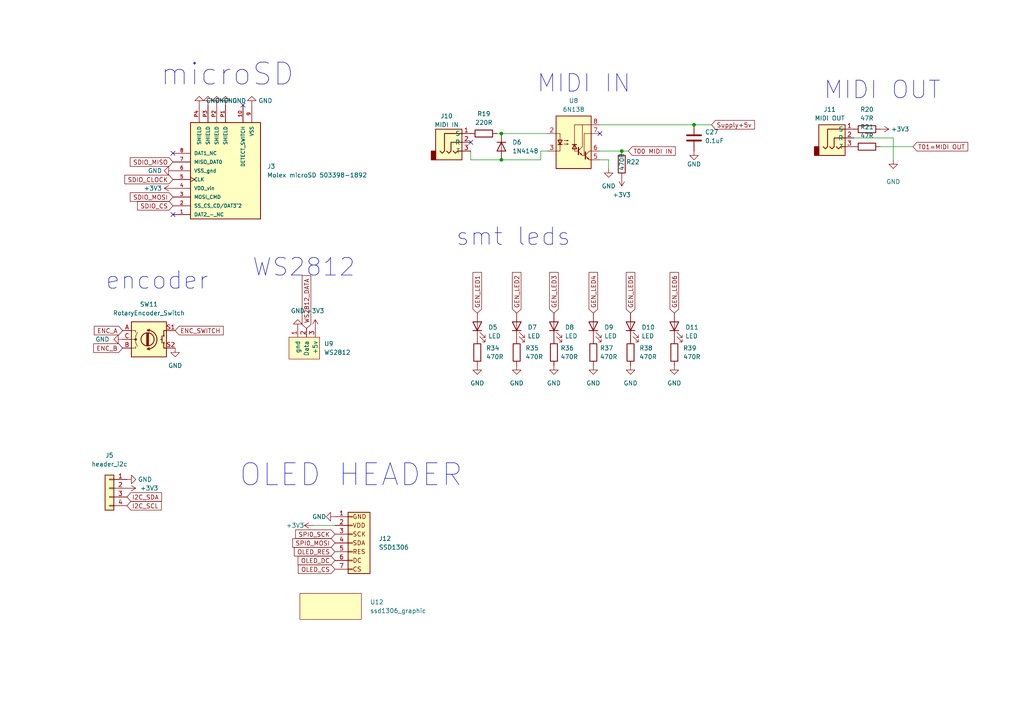
<source format=kicad_sch>
(kicad_sch (version 20211123) (generator eeschema)
  (paper "A4")
  (junction (at 414.655 113.665))
  (junction (at 268.605 399.415))
  (junction (at 401.32 321.31))
  (junction (at -207.645 20.32))
  (junction (at 201.295 36.195))
  (junction (at -116.205 -17.78))
  (junction (at 37.465 366.395))
  (junction (at 403.225 166.37))
  (junction (at 182.245 -41.275))
  (junction (at -60.325 -17.78))
  (junction (at 8.89 384.81))
  (junction (at 393.7 5.08))
  (junction (at -100.33 268.605))
  (junction (at 179.705 -41.275))
  (junction (at 414.655 106.045))
  (junction (at -184.785 38.1))
  (junction (at -184.785 10.16))
  (junction (at -198.12 2.54))
  (junction (at -214.63 113.03))
  (junction (at -102.87 -17.78))
  (junction (at 78.74 278.765))
  (junction (at 180.34 43.815))
  (junction (at 69.85 282.575))
  (junction (at -87.63 -17.78))
  (junction (at -124.46 287.02))
  (junction (at -174.625 24.13))
  (junction (at 145.415 38.735))
  (junction (at -130.81 13.97))
  (junction (at 383.54 318.135))
  (junction (at 399.415 64.77))
  (junction (at 398.78 318.135))
  (junction (at 55.245 400.05))
  (junction (at -199.39 113.03))
  (junction (at 278.765 396.875))
  (junction (at -118.745 6.35))
  (junction (at -168.275 113.03))
  (junction (at 230.505 -38.735))
  (junction (at 380.365 5.08))
  (junction (at 394.335 32.385))
  (junction (at 381 32.385))
  (junction (at 361.95 32.385))
  (junction (at 17.78 387.35))
  (junction (at -162.56 38.1))
  (junction (at -184.15 113.03))
  (junction (at 399.415 113.665))
  (junction (at 227.965 396.875))
  (junction (at -207.645 2.54))
  (junction (at 145.415 46.355))
  (junction (at 220.345 -36.195))
  (junction (at -130.81 6.35))
  (junction (at -120.015 289.56))
  (junction (at 406.4 205.105))
  (junction (at 403.225 67.31))
  (junction (at 414.655 121.285))
  (junction (at -174.625 38.1))
  (junction (at -130.81 -17.78))
  (junction (at -128.905 287.02))
  (junction (at 394.97 382.905))
  (junction (at 473.71 203.835))
  (junction (at -130.81 21.59))
  (no_connect (at 378.46 360.045))
  (no_connect (at 259.715 407.035))
  (no_connect (at -92.075 151.765))
  (no_connect (at 70.485 30.48))
  (no_connect (at 50.165 44.45))
  (no_connect (at 50.165 62.23))
  (no_connect (at -92.075 119.38))
  (no_connect (at -92.075 116.84))
  (no_connect (at 173.99 38.735))
  (no_connect (at -36.195 104.775))
  (no_connect (at -87.63 307.34))
  (no_connect (at -72.39 43.18))
  (no_connect (at -46.99 38.1))
  (no_connect (at -46.99 40.64))
  (no_connect (at -36.195 177.8))
  (no_connect (at -36.195 99.695))
  (no_connect (at -87.63 304.8))
  (no_connect (at 259.715 401.955))
  (no_connect (at 396.24 334.645))
  (no_connect (at -36.195 182.88))
  (no_connect (at -36.195 180.34))
  (no_connect (at 50.165 410.21))
  (no_connect (at 50.165 407.67))
  (no_connect (at 50.165 405.13))
  (no_connect (at 50.165 402.59))
  (no_connect (at -92.075 133.985))
  (no_connect (at -92.075 136.525))
  (no_connect (at -92.075 186.055))
  (no_connect (at -92.075 97.155))
  (no_connect (at -92.075 92.075))
  (no_connect (at -92.075 83.82))
  (no_connect (at -92.075 86.36))
  (no_connect (at -87.63 309.88))
  (no_connect (at 211.455 -28.575))
  (no_connect (at 50.165 400.05))
  (no_connect (at -92.075 114.3))
  (no_connect (at 419.1 360.045))
  (no_connect (at -36.195 107.95))
  (no_connect (at -87.63 302.26))
  (no_connect (at -92.075 163.195))
  (no_connect (at -36.195 133.35))
  (no_connect (at -36.195 135.89))
  (no_connect (at -36.195 97.155))
  (no_connect (at 211.455 -33.655))
  (no_connect (at 211.455 -31.115))
  (no_connect (at -36.195 170.18))
  (no_connect (at 211.455 -26.035))
  (no_connect (at 211.455 -23.495))
  (no_connect (at 50.165 397.51))
  (no_connect (at 62.865 274.955))
  (no_connect (at 45.085 274.955))
  (no_connect (at -36.195 185.42))
  (no_connect (at -92.075 160.655))
  (no_connect (at 136.525 41.275))
  (no_connect (at 259.715 404.495))
  (no_connect (at -87.63 312.42))
  (no_connect (at 359.41 72.39))
  (wire (pts (xy -178.435 7.62) (xy -181.61 7.62)))
  (wire (pts (xy -120.65 309.88) (xy -113.03 309.88)))
  (wire (pts (xy 0.635 397.51) (xy 0.635 400.05)))
  (wire (pts (xy 473.71 203.835) (xy 478.79 203.835)))
  (wire (pts (xy -130.81 6.35) (xy -118.745 6.35)))
  (wire (pts (xy 370.205 360.045) (xy 370.205 391.16)))
  (wire (pts (xy -166.37 115.57) (xy -168.275 115.57)))
  (wire (pts (xy 384.81 80.01) (xy 388.62 80.01)))
  (wire (pts (xy 179.705 -41.275) (xy 182.245 -41.275)))
  (wire (pts (xy -212.09 2.54) (xy -207.645 2.54)))
  (wire (pts (xy -124.46 287.02) (xy -113.03 287.02)))
  (wire (pts (xy 401.32 391.795) (xy 401.32 382.905)))
  (wire (pts (xy 383.54 321.31) (xy 383.54 318.135)))
  (wire (pts (xy 217.17 417.195) (xy 259.715 417.195)))
  (wire (pts (xy 219.075 404.495) (xy 231.775 404.495)))
  (wire (pts (xy 401.32 314.325) (xy 401.32 321.31)))
  (wire (pts (xy 136.525 46.355) (xy 145.415 46.355)))
  (wire (pts (xy -181.61 7.62) (xy -181.61 24.13)))
  (wire (pts (xy 201.295 36.195) (xy 206.375 36.195)))
  (wire (pts (xy 183.515 -33.655) (xy 72.39 -33.655)))
  (wire (pts (xy -207.645 2.54) (xy -198.12 2.54)))
  (wire (pts (xy 231.775 407.67) (xy 231.775 409.575)))
  (wire (pts (xy -196.215 10.16) (xy -184.785 10.16)))
  (wire (pts (xy 399.415 64.77) (xy 411.48 64.77)))
  (wire (pts (xy -181.61 24.13) (xy -174.625 24.13)))
  (wire (pts (xy 398.78 334.645) (xy 398.78 318.135)))
  (wire (pts (xy 406.4 205.105) (xy 411.48 205.105)))
  (wire (pts (xy 214.63 401.955) (xy 214.63 418.465)))
  (wire (pts (xy -113.03 304.8) (xy -129.54 304.8)))
  (wire (pts (xy 173.355 -41.275) (xy 179.705 -41.275)))
  (wire (pts (xy -184.785 38.1) (xy -174.625 38.1)))
  (wire (pts (xy 346.71 72.39) (xy 346.71 67.31)))
  (wire (pts (xy -80.645 299.72) (xy -87.63 299.72)))
  (wire (pts (xy 473.71 203.835) (xy 473.71 207.01)))
  (wire (pts (xy -87.63 -17.78) (xy -60.325 -17.78)))
  (wire (pts (xy -184.785 5.08) (xy -178.435 5.08)))
  (wire (pts (xy 236.22 -38.735) (xy 230.505 -38.735)))
  (wire (pts (xy 159.385 -27.305) (xy 159.385 -26.035)))
  (wire (pts (xy 343.535 72.39) (xy 346.71 72.39)))
  (wire (pts (xy -168.275 113.03) (xy -166.37 113.03)))
  (wire (pts (xy 90.805 152.4) (xy 97.155 152.4)))
  (wire (pts (xy 368.3 370.205) (xy 368.3 393.065)))
  (wire (pts (xy -198.12 20.32) (xy -207.645 20.32)))
  (wire (pts (xy 396.24 32.385) (xy 394.335 32.385)))
  (wire (pts (xy 351.155 82.55) (xy 359.41 82.55)))
  (wire (pts (xy 93.345 -31.115) (xy 93.345 -28.575)))
  (wire (pts (xy 211.455 404.495) (xy 217.17 404.495)))
  (wire (pts (xy 381 32.385) (xy 379.095 32.385)))
  (wire (pts (xy 57.15 389.89) (xy 50.165 389.89)))
  (wire (pts (xy 384.81 85.09) (xy 393.7 85.09)))
  (wire (pts (xy 393.7 330.2) (xy 393.7 334.645)))
  (wire (pts (xy 8.89 384.81) (xy 24.765 384.81)))
  (wire (pts (xy 414.655 121.285) (xy 424.815 121.285)))
  (wire (pts (xy 173.99 36.195) (xy 201.295 36.195)))
  (wire (pts (xy 473.71 201.295) (xy 473.71 203.835)))
  (wire (pts (xy -184.785 10.16) (xy -184.785 5.08)))
  (wire (pts (xy -138.43 3.81) (xy -145.415 3.81)))
  (wire (pts (xy 182.245 -41.275) (xy 183.515 -41.275)))
  (wire (pts (xy 182.245 -38.735) (xy 182.245 -41.275)))
  (wire (pts (xy 219.71 401.955) (xy 231.775 401.955)))
  (wire (pts (xy -184.15 113.03) (xy -168.275 113.03)))
  (wire (pts (xy 403.225 166.37) (xy 408.305 166.37)))
  (wire (pts (xy 72.39 -33.655) (xy 72.39 -27.305)))
  (wire (pts (xy -131.445 289.56) (xy -120.015 289.56)))
  (wire (pts (xy 332.105 64.77) (xy 335.915 64.77)))
  (wire (pts (xy -152.4 294.64) (xy -152.4 292.1)))
  (wire (pts (xy 332.105 80.01) (xy 335.915 80.01)))
  (wire (pts (xy 173.99 46.355) (xy 176.53 46.355)))
  (wire (pts (xy 111.125 -28.575) (xy 111.125 -27.94)))
  (wire (pts (xy 369.57 92.71) (xy 369.57 101.6)))
  (wire (pts (xy 217.17 404.495) (xy 217.17 417.195)))
  (wire (pts (xy 268.605 399.415) (xy 259.715 399.415)))
  (wire (pts (xy 57.15 382.27) (xy 50.165 382.27)))
  (wire (pts (xy -152.4 38.1) (xy -152.4 19.685)))
  (wire (pts (xy -145.415 8.89) (xy -137.795 8.89)))
  (wire (pts (xy -301.625 21.59) (xy -292.735 21.59)))
  (wire (pts (xy -199.39 113.03) (xy -184.15 113.03)))
  (wire (pts (xy -124.46 299.72) (xy -124.46 287.02)))
  (wire (pts (xy -14.605 392.43) (xy -14.605 389.89)))
  (wire (pts (xy -113.03 299.72) (xy -124.46 299.72)))
  (wire (pts (xy -196.215 34.29) (xy -196.215 38.1)))
  (wire (pts (xy 37.465 361.315) (xy 37.465 366.395)))
  (wire (pts (xy 394.335 32.385) (xy 381 32.385)))
  (wire (pts (xy -60.325 -17.78) (xy -50.8 -17.78)))
  (wire (pts (xy 353.06 354.965) (xy 378.46 354.965)))
  (wire (pts (xy 351.79 32.385) (xy 361.95 32.385)))
  (wire (pts (xy 159.385 -26.035) (xy 183.515 -26.035)))
  (wire (pts (xy 351.79 69.85) (xy 359.41 69.85)))
  (wire (pts (xy 156.845 46.355) (xy 156.845 43.815)))
  (wire (pts (xy 230.505 -38.735) (xy 211.455 -38.735)))
  (wire (pts (xy -118.745 6.35) (xy -109.855 6.35)))
  (wire (pts (xy 144.145 38.735) (xy 145.415 38.735)))
  (wire (pts (xy 6.35 387.35) (xy 17.78 387.35)))
  (wire (pts (xy 384.81 87.63) (xy 388.62 87.63)))
  (wire (pts (xy 406.4 202.565) (xy 406.4 205.105)))
  (wire (pts (xy 423.545 354.965) (xy 419.1 354.965)))
  (wire (pts (xy 227.965 399.415) (xy 227.965 396.875)))
  (wire (pts (xy 424.18 362.585) (xy 419.1 362.585)))
  (wire (pts (xy -214.63 113.03) (xy -199.39 113.03)))
  (wire (pts (xy 353.06 365.125) (xy 369.57 365.125)))
  (wire (pts (xy 259.08 40.005) (xy 259.08 46.355)))
  (wire (pts (xy 406.4 205.105) (xy 406.4 208.28)))
  (wire (pts (xy 69.85 282.575) (xy 62.865 282.575)))
  (wire (pts (xy -80.645 284.48) (xy -87.63 284.48)))
  (wire (pts (xy 369.57 362.585) (xy 369.57 332.105)))
  (wire (pts (xy 391.16 318.135) (xy 383.54 318.135)))
  (wire (pts (xy 383.54 318.135) (xy 383.54 315.595)))
  (wire (pts (xy 17.78 387.35) (xy 24.765 387.35)))
  (wire (pts (xy 57.15 387.35) (xy 50.165 387.35)))
  (wire (pts (xy 37.465 366.395) (xy 37.465 377.19)))
  (wire (pts (xy -80.645 294.64) (xy -87.63 294.64)))
  (wire (pts (xy 398.78 318.135) (xy 398.78 314.325)))
  (wire (pts (xy 37.465 366.395) (xy 50.8 366.395)))
  (wire (pts (xy 403.86 5.08) (xy 393.7 5.08)))
  (wire (pts (xy 227.965 396.875) (xy 231.775 396.875)))
  (wire (pts (xy 183.515 -28.575) (xy 111.125 -28.575)))
  (wire (pts (xy -207.645 17.78) (xy -207.645 20.32)))
  (wire (pts (xy 368.3 393.065) (xy 424.815 393.065)))
  (wire (pts (xy -198.12 10.16) (xy -198.12 20.32)))
  (wire (pts (xy 373.38 362.585) (xy 378.46 362.585)))
  (wire (pts (xy 145.415 46.355) (xy 156.845 46.355)))
  (wire (pts (xy -307.975 19.05) (xy -299.72 19.05)))
  (wire (pts (xy -120.015 289.56) (xy -113.03 289.56)))
  (wire (pts (xy -137.795 8.89) (xy -137.795 13.97)))
  (wire (pts (xy 424.18 392.43) (xy 424.18 362.585)))
  (wire (pts (xy 353.06 367.665) (xy 368.935 367.665)))
  (wire (pts (xy 403.225 67.31) (xy 411.48 67.31)))
  (wire (pts (xy -80.645 292.1) (xy -87.63 292.1)))
  (wire (pts (xy 399.415 64.77) (xy 399.415 76.2)))
  (wire (pts (xy 145.415 38.735) (xy 158.75 38.735)))
  (wire (pts (xy 399.415 121.285) (xy 414.655 121.285)))
  (wire (pts (xy -174.625 24.13) (xy -174.625 26.67)))
  (wire (pts (xy 368.935 392.43) (xy 424.18 392.43)))
  (wire (pts (xy 217.805 407.67) (xy 231.775 407.67)))
  (wire (pts (xy 361.95 32.385) (xy 363.855 32.385)))
  (wire (pts (xy 393.7 5.08) (xy 380.365 5.08)))
  (wire (pts (xy 264.795 42.545) (xy 255.27 42.545)))
  (wire (pts (xy 220.345 -36.195) (xy 211.455 -36.195)))
  (wire (pts (xy 179.705 -36.195) (xy 179.705 -41.275)))
  (wire (pts (xy 392.43 64.77) (xy 399.415 64.77)))
  (wire (pts (xy 394.97 382.905) (xy 396.24 382.905)))
  (wire (pts (xy 478.79 201.295) (xy 473.71 201.295)))
  (wire (pts (xy 363.855 34.925) (xy 361.95 34.925)))
  (wire (pts (xy 8.255 402.59) (xy 8.255 407.67)))
  (wire (pts (xy 136.525 43.815) (xy 136.525 46.355)))
  (wire (pts (xy 211.455 409.575) (xy 218.44 409.575)))
  (wire (pts (xy 284.48 396.875) (xy 278.765 396.875)))
  (wire (pts (xy 211.455 412.115) (xy 219.075 412.115)))
  (wire (pts (xy 394.335 321.31) (xy 401.32 321.31)))
  (wire (pts (xy 211.455 401.955) (xy 214.63 401.955)))
  (wire (pts (xy 221.615 396.875) (xy 227.965 396.875)))
  (wire (pts (xy 55.245 400.05) (xy 55.245 403.225)))
  (wire (pts (xy -131.445 287.02) (xy -128.905 287.02)))
  (wire (pts (xy 219.075 412.115) (xy 219.075 404.495)))
  (wire (pts (xy 351.79 69.85) (xy 351.79 80.01)))
  (wire (pts (xy 353.06 362.585) (xy 369.57 362.585)))
  (wire (pts (xy 353.06 360.045) (xy 370.205 360.045)))
  (wire (pts (xy 278.765 396.875) (xy 259.715 396.875)))
  (wire (pts (xy -129.54 304.8) (xy -129.54 309.88)))
  (wire (pts (xy 423.545 391.16) (xy 423.545 354.965)))
  (wire (pts (xy -168.275 115.57) (xy -168.275 113.03)))
  (wire (pts (xy 384.81 72.39) (xy 388.62 72.39)))
  (wire (pts (xy 130.175 -27.305) (xy 159.385 -27.305)))
  (wire (pts (xy 408.305 163.83) (xy 403.225 163.83)))
  (wire (pts (xy -152.4 19.685) (xy -178.435 19.685)))
  (wire (pts (xy -128.905 287.02) (xy -124.46 287.02)))
  (wire (pts (xy 218.44 407.035) (xy 231.775 407.035)))
  (wire (pts (xy 369.57 101.6) (xy 388.62 101.6)))
  (wire (pts (xy 403.225 166.37) (xy 403.225 169.545)))
  (wire (pts (xy 343.535 64.77) (xy 359.41 64.77)))
  (wire (pts (xy -174.625 34.29) (xy -174.625 38.1)))
  (wire (pts (xy 414.655 101.6) (xy 414.655 106.045)))
  (wire (pts (xy 219.71 414.655) (xy 219.71 401.955)))
  (wire (pts (xy -130.81 21.59) (xy -118.745 21.59)))
  (wire (pts (xy 62.865 278.765) (xy 78.74 278.765)))
  (wire (pts (xy 260.985 409.575) (xy 259.715 409.575)))
  (wire (pts (xy 78.74 278.765) (xy 78.74 285.115)))
  (wire (pts (xy 332.105 72.39) (xy 335.915 72.39)))
  (wire (pts (xy -118.745 21.59) (xy -118.745 13.97)))
  (wire (pts (xy 353.06 357.505) (xy 378.46 357.505)))
  (wire (pts (xy 419.1 357.505) (xy 424.815 357.505)))
  (wire (pts (xy 211.455 414.655) (xy 219.71 414.655)))
  (wire (pts (xy 55.245 397.51) (xy 55.245 400.05)))
  (wire (pts (xy 393.7 85.09) (xy 393.7 101.6)))
  (wire (pts (xy 414.655 113.665) (xy 399.415 113.665)))
  (wire (pts (xy 368.935 367.665) (xy 368.935 392.43)))
  (wire (pts (xy -184.785 26.67) (xy -184.785 10.16)))
  (wire (pts (xy 236.22 -36.195) (xy 220.345 -36.195)))
  (wire (pts (xy 369.57 332.105) (xy 403.86 332.105)))
  (wire (pts (xy 183.515 -38.735) (xy 182.245 -38.735)))
  (wire (pts (xy 373.38 362.585) (xy 373.38 364.49)))
  (wire (pts (xy 380.365 5.08) (xy 379.095 5.08)))
  (wire (pts (xy -174.625 24.13) (xy -162.56 24.13)))
  (wire (pts (xy 403.225 163.83) (xy 403.225 166.37)))
  (wire (pts (xy -138.43 -17.78) (xy -138.43 3.81)))
  (wire (pts (xy -130.81 -17.78) (xy -116.205 -17.78)))
  (wire (pts (xy -145.415 11.43) (xy -144.145 11.43)))
  (wire (pts (xy -80.645 287.02) (xy -87.63 287.02)))
  (wire (pts (xy -198.12 2.54) (xy -178.435 2.54)))
  (wire (pts (xy -132.715 6.35) (xy -130.81 6.35)))
  (wire (pts (xy 231.775 399.415) (xy 227.965 399.415)))
  (wire (pts (xy 388.62 101.6) (xy 388.62 95.25)))
  (wire (pts (xy 346.71 67.31) (xy 359.41 67.31)))
  (wire (pts (xy 55.245 400.05) (xy 57.15 400.05)))
  (wire (pts (xy 214.63 418.465) (xy 260.985 418.465)))
  (wire (pts (xy 81.28 282.575) (xy 69.85 282.575)))
  (wire (pts (xy 403.225 67.31) (xy 403.225 81.915)))
  (wire (pts (xy 218.44 409.575) (xy 218.44 407.035)))
  (wire (pts (xy 369.57 391.795) (xy 401.32 391.795)))
  (wire (pts (xy 284.48 399.415) (xy 268.605 399.415)))
  (wire (pts (xy 369.57 365.125) (xy 369.57 391.795)))
  (wire (pts (xy -299.72 13.97) (xy -285.115 13.97)))
  (wire (pts (xy -178.435 19.685) (xy -178.435 10.16)))
  (wire (pts (xy 260.985 418.465) (xy 260.985 409.575)))
  (wire (pts (xy 176.53 46.355) (xy 176.53 48.895)))
  (wire (pts (xy -100.33 263.525) (xy -100.33 268.605)))
  (wire (pts (xy 353.06 370.205) (xy 368.3 370.205)))
  (wire (pts (xy 183.515 -31.115) (xy 93.345 -31.115)))
  (wire (pts (xy -116.205 -17.78) (xy -102.87 -17.78)))
  (wire (pts (xy 24.765 392.43) (xy -14.605 392.43)))
  (wire (pts (xy 393.7 382.905) (xy 394.97 382.905)))
  (wire (pts (xy -113.03 294.64) (xy -152.4 294.64)))
  (wire (pts (xy 217.805 407.035) (xy 217.805 407.67)))
  (wire (pts (xy 351.79 80.01) (xy 343.535 80.01)))
  (wire (pts (xy 394.97 382.905) (xy 394.97 385.445)))
  (wire (pts (xy 6.35 384.81) (xy 8.89 384.81)))
  (wire (pts (xy 57.15 392.43) (xy 50.165 392.43)))
  (wire (pts (xy 361.95 34.925) (xy 361.95 32.385)))
  (wire (pts (xy -196.215 38.1) (xy -184.785 38.1)))
  (wire (pts (xy 24.765 397.51) (xy 0.635 397.51)))
  (wire (pts (xy 183.515 -36.195) (xy 179.705 -36.195)))
  (wire (pts (xy 370.205 391.16) (xy 423.545 391.16)))
  (wire (pts (xy -102.87 -17.78) (xy -87.63 -17.78)))
  (wire (pts (xy 403.86 332.105) (xy 403.86 334.645)))
  (wire (pts (xy -36.195 94.615) (xy -26.67 94.615)))
  (wire (pts (xy 392.43 67.31) (xy 403.225 67.31)))
  (wire (pts (xy 24.765 402.59) (xy 8.255 402.59)))
  (wire (pts (xy 17.145 407.67) (xy 24.765 407.67)))
  (wire (pts (xy -162.56 35.56) (xy -162.56 38.1)))
  (wire (pts (xy -184.785 34.29) (xy -184.785 38.1)))
  (wire (pts (xy -100.33 268.605) (xy -100.33 279.4)))
  (wire (pts (xy 57.15 394.97) (xy 50.165 394.97)))
  (wire (pts (xy -100.33 268.605) (xy -86.995 268.605)))
  (wire (pts (xy 247.65 40.005) (xy 259.08 40.005)))
  (wire (pts (xy 211.455 407.035) (xy 217.805 407.035)))
  (wire (pts (xy 411.48 202.565) (xy 406.4 202.565)))
  (wire (pts (xy 401.32 321.31) (xy 401.32 334.645)))
  (wire (pts (xy -300.355 8.89) (xy -285.115 8.89)))
  (wire (pts (xy 259.715 417.195) (xy 259.715 412.115)))
  (wire (pts (xy 57.15 397.51) (xy 55.245 397.51)))
  (wire (pts (xy 156.845 43.815) (xy 158.75 43.815)))
  (wire (pts (xy -292.1 19.05) (xy -285.115 19.05)))
  (wire (pts (xy -130.81 -17.78) (xy -138.43 -17.78)))
  (wire (pts (xy 399.415 106.045) (xy 414.655 106.045)))
  (wire (pts (xy 78.74 278.765) (xy 81.28 278.765)))
  (wire (pts (xy 57.15 384.81) (xy 50.165 384.81)))
  (wire (pts (xy -144.145 11.43) (xy -144.145 12.7)))
  (wire (pts (xy 173.99 43.815) (xy 180.34 43.815)))
  (wire (pts (xy -231.775 113.03) (xy -214.63 113.03)))
  (wire (pts (xy -174.625 38.1) (xy -162.56 38.1)))
  (wire (pts (xy -80.645 289.56) (xy -87.63 289.56)))
  (wire (pts (xy -196.215 26.67) (xy -196.215 10.16)))
  (wire (pts (xy 386.715 321.31) (xy 383.54 321.31)))
  (wire (pts (xy 399.415 113.665) (xy 391.795 113.665)))
  (wire (pts (xy -137.795 13.97) (xy -130.81 13.97)))
  (wire (pts (xy 180.34 43.815) (xy 182.245 43.815)))
  (wire (pts (xy -207.645 20.32) (xy -207.645 22.225)))
  (wire (pts (xy -80.645 297.18) (xy -87.63 297.18)))
  (wire (pts (xy -162.56 38.1) (xy -152.4 38.1)))
  (wire (pts (xy 393.7 101.6) (xy 414.655 101.6)))
  (wire (pts (xy -162.56 27.94) (xy -162.56 24.13)))
  (wire (pts (xy 424.815 357.505) (xy 424.815 393.065)))
  (text "battery charge and 5v reg" (at -196.85 -25.4 0) (effects (font (size 6.35 6.35)) (justify left bottom)))
  (text "MIDI IN" (at 155.575 27.305 0) (effects (font (size 5.08 5.08)) (justify left bottom)))
  (text "MPR121, 0x5A i2c\nbuilt-in slider" (at -19.685 353.06 0) (effects (font (size 6.35 6.35)) (justify left bottom)))
  (text "PCA9554APW,118 0x38\nbuilt-in" (at 153.035 -59.055 0) (effects (font (size 6.35 6.35)) (justify left bottom)))
  (text "PCA9554APW,118 0x39\next" (at 183.515 379.095 0) (effects (font (size 6.35 6.35)) (justify left bottom)))
  (text "encoder" (at 30.48 84.455 0) (effects (font (size 5.08 5.08)) (justify left bottom)))
  (text "3.3v REG" (at -231.14 97.155 0) (effects (font (size 6.35 6.35)) (justify left bottom)))
  (text "microSD" (at 46.355 25.4 0) (effects (font (size 6.35 6.35)) (justify left bottom)))
  (text "smt leds" (at 132.08 71.755 0) (effects (font (size 5.08 5.08)) (justify left bottom)))
  (text "OLED HEADER" (at 69.215 141.605 0) (effects (font (size 6.35 6.35)) (justify left bottom)))
  (text "CapSense, i2c 0x37" (at 346.71 299.72 0) (effects (font (size 6.35 6.35)) (justify left bottom)))
  (text "WS2812" (at 73.025 80.645 0) (effects (font (size 5.08 5.08)) (justify left bottom)))
  (text "MPR121, 0x5C i2c" (at -157.48 255.27 0) (effects (font (size 6.35 6.35)) (justify left bottom)))
  (text "PRESSURE, 0X28" (at 29.845 260.985 0) (effects (font (size 5.08 5.08)) (justify left bottom)))
  (text "MIDI OUT" (at 238.76 29.21 0) (effects (font (size 5.08 5.08)) (justify left bottom)))
  (text "USB-C input" (at -300.99 -23.495 0) (effects (font (size 6.35 6.35)) (justify left bottom)))
  (text "DAC - PCM5102A" (at 335.915 -4.445 0) (effects (font (size 6.35 6.35)) (justify left bottom)))
  (global_label "USB_Vin5v" (shape input) (at -212.09 2.54 180) (property "Intersheet References" "${INTERSHEET_REFS}" (effects hide)))
  (global_label "USB data in -" (shape input) (at -299.72 13.97 180) (property "Intersheet References" "${INTERSHEET_REFS}" (effects hide)))
  (global_label "USB data in -" (shape input) (at -36.195 144.78 0) (property "Intersheet References" "${INTERSHEET_REFS}" (effects hide)))
  (global_label "I2C_SDA" (shape input) (at 36.83 144.145 0) (property "Intersheet References" "${INTERSHEET_REFS}" (effects hide)))
  (global_label "I2C_SCL" (shape input) (at 236.22 -36.195 0) (property "Intersheet References" "${INTERSHEET_REFS}" (effects hide)))
  (global_label "capsenseSB_GND" (shape input) (at 398.78 382.905 270) (property "Intersheet References" "${INTERSHEET_REFS}" (effects hide)))
  (global_label "D3v3" (shape input) (at 408.94 5.08 0) (property "Intersheet References" "${INTERSHEET_REFS}" (effects hide)))
  (global_label "capsenseSB_GND" (shape input) (at 373.38 372.11 270) (property "Intersheet References" "${INTERSHEET_REFS}" (effects hide)))
  (global_label "D3v3" (shape input) (at 372.11 59.69 90) (property "Intersheet References" "${INTERSHEET_REFS}" (effects hide)))
  (global_label "ENC_B" (shape input) (at -36.195 162.56 0) (property "Intersheet References" "${INTERSHEET_REFS}" (effects hide)))
  (global_label "Supply+5v" (shape input) (at -231.775 113.03 180) (property "Intersheet References" "${INTERSHEET_REFS}" (effects hide)))
  (global_label "OLED_CS" (shape input) (at 97.155 165.1 180) (property "Intersheet References" "${INTERSHEET_REFS}" (effects hide)))
  (global_label "I2S_DIN" (shape input) (at -92.075 94.615 180) (property "Intersheet References" "${INTERSHEET_REFS}" (effects hide)))
  (global_label "SDIO_CS" (shape input) (at 50.165 59.69 180) (property "Intersheet References" "${INTERSHEET_REFS}" (effects hide)))
  (global_label "I2S_LRCK" (shape input) (at -92.075 99.695 180) (property "Intersheet References" "${INTERSHEET_REFS}" (effects hide)))
  (global_label "SDIO_MOSI" (shape input) (at -92.075 128.905 180) (property "Intersheet References" "${INTERSHEET_REFS}" (effects hide)))
  (global_label "GEN_LED5" (shape input) (at 182.88 90.805 90) (property "Intersheet References" "${INTERSHEET_REFS}" (effects hide)))
  (global_label "I2C_SDA" (shape input) (at 6.35 384.81 180) (property "Intersheet References" "${INTERSHEET_REFS}" (effects hide)))
  (global_label "capsenseSB_GND" (shape input) (at 358.14 316.23 0) (property "Intersheet References" "${INTERSHEET_REFS}" (effects hide)))
  (global_label "SDIO_MISO" (shape input) (at 50.165 46.99 180) (property "Intersheet References" "${INTERSHEET_REFS}" (effects hide)))
  (global_label "OLED_RES" (shape input) (at -36.195 167.64 0) (property "Intersheet References" "${INTERSHEET_REFS}" (effects hide)))
  (global_label "I2C_SCL" (shape input) (at -131.445 289.56 180) (property "Intersheet References" "${INTERSHEET_REFS}" (effects hide)))
  (global_label "GEN_LED3" (shape input) (at -92.075 170.815 180) (property "Intersheet References" "${INTERSHEET_REFS}" (effects hide)))
  (global_label "USB data in +" (shape input) (at -300.355 8.89 180) (property "Intersheet References" "${INTERSHEET_REFS}" (effects hide)))
  (global_label "SDIO_CS" (shape input) (at -92.075 139.065 180) (property "Intersheet References" "${INTERSHEET_REFS}" (effects hide)))
  (global_label "SPI0_SCK" (shape input) (at -92.075 146.685 180) (property "Intersheet References" "${INTERSHEET_REFS}" (effects hide)))
  (global_label "I2C_SDA" (shape input) (at 284.48 396.875 0) (property "Intersheet References" "${INTERSHEET_REFS}" (effects hide)))
  (global_label "I2C_SCL" (shape input) (at 36.83 146.685 0) (property "Intersheet References" "${INTERSHEET_REFS}" (effects hide)))
  (global_label "capsenseSB_SDA" (shape input) (at 401.32 314.325 90) (property "Intersheet References" "${INTERSHEET_REFS}" (effects hide)))
  (global_label "ENC_SWITCH" (shape input) (at -36.195 157.48 0) (property "Intersheet References" "${INTERSHEET_REFS}" (effects hide)))
  (global_label "Batt+" (shape input) (at -72.39 38.1 180) (property "Intersheet References" "${INTERSHEET_REFS}" (effects hide)))
  (global_label "ENC_A" (shape input) (at 35.56 95.885 180) (property "Intersheet References" "${INTERSHEET_REFS}" (effects hide)))
  (global_label "WS2812_DATA" (shape input) (at -92.075 183.515 180) (property "Intersheet References" "${INTERSHEET_REFS}" (effects hide)))
  (global_label "T00 MIDI IN" (shape input) (at 182.245 43.815 0) (property "Intersheet References" "${INTERSHEET_REFS}" (effects hide)))
  (global_label "I2C_SCL" (shape input) (at 6.35 387.35 180) (property "Intersheet References" "${INTERSHEET_REFS}" (effects hide)))
  (global_label "T01=MIDI OUT" (shape input) (at 264.795 42.545 0) (property "Intersheet References" "${INTERSHEET_REFS}" (effects hide)))
  (global_label "ENC_SWITCH" (shape input) (at 50.8 95.885 0) (property "Intersheet References" "${INTERSHEET_REFS}" (effects hide)))
  (global_label "I2C_SDA" (shape input) (at 236.22 -38.735 0) (property "Intersheet References" "${INTERSHEET_REFS}" (effects hide)))
  (global_label "A3v3" (shape input) (at 374.65 59.69 90) (property "Intersheet References" "${INTERSHEET_REFS}" (effects hide)))
  (global_label "T00 MIDI IN" (shape input) (at -92.075 180.975 180) (property "Intersheet References" "${INTERSHEET_REFS}" (effects hide)))
  (global_label "SPI0_MOSI" (shape input) (at -92.075 149.225 180) (property "Intersheet References" "${INTERSHEET_REFS}" (effects hide)))
  (global_label "capsenseSB_SCL" (shape input) (at 398.78 314.325 90) (property "Intersheet References" "${INTERSHEET_REFS}" (effects hide)))
  (global_label "Supply+5v" (shape input) (at -50.8 -17.78 0) (property "Intersheet References" "${INTERSHEET_REFS}" (effects hide)))
  (global_label "Supply+5v" (shape input) (at 206.375 36.195 0) (property "Intersheet References" "${INTERSHEET_REFS}" (effects hide)))
  (global_label "GEN_LED3" (shape input) (at 160.655 90.805 90) (property "Intersheet References" "${INTERSHEET_REFS}" (effects hide)))
  (global_label "I2C_SDA" (shape input) (at 81.28 278.765 0) (property "Intersheet References" "${INTERSHEET_REFS}" (effects hide)))
  (global_label "D3v3" (shape input) (at 351.79 32.385 180) (property "Intersheet References" "${INTERSHEET_REFS}" (effects hide)))
  (global_label "I2C_SCL" (shape input) (at -92.075 109.22 180) (property "Intersheet References" "${INTERSHEET_REFS}" (effects hide)))
  (global_label "I2C_SCL" (shape input) (at 284.48 399.415 0) (property "Intersheet References" "${INTERSHEET_REFS}" (effects hide)))
  (global_label "capsenseSB_GND" (shape input) (at 393.7 330.2 180) (property "Intersheet References" "${INTERSHEET_REFS}" (effects hide)))
  (global_label "OLED_DC" (shape input) (at -36.195 165.1 0) (property "Intersheet References" "${INTERSHEET_REFS}" (effects hide)))
  (global_label "D3v3" (shape input) (at 351.155 82.55 180) (property "Intersheet References" "${INTERSHEET_REFS}" (effects hide)))
  (global_label "I2S_BCK" (shape input) (at 332.105 80.01 180) (property "Intersheet References" "${INTERSHEET_REFS}" (effects hide)))
  (global_label "OLED_RES" (shape input) (at 97.155 160.02 180) (property "Intersheet References" "${INTERSHEET_REFS}" (effects hide)))
  (global_label "USB_Vin5v" (shape input) (at -285.115 26.67 180) (property "Intersheet References" "${INTERSHEET_REFS}" (effects hide)))
  (global_label "I2S_BCK" (shape input) (at -92.075 102.235 180) (property "Intersheet References" "${INTERSHEET_REFS}" (effects hide)))
  (global_label "OLED_CS" (shape input) (at -92.075 154.305 180) (property "Intersheet References" "${INTERSHEET_REFS}" (effects hide)))
  (global_label "GEN_LED5" (shape input) (at -36.195 172.72 0) (property "Intersheet References" "${INTERSHEET_REFS}" (effects hide)))
  (global_label "D3v3" (shape input) (at 424.815 121.285 0) (property "Intersheet References" "${INTERSHEET_REFS}" (effects hide)))
  (global_label "capsenseSB_3v3" (shape input) (at 394.97 385.445 270) (property "Intersheet References" "${INTERSHEET_REFS}" (effects hide)))
  (global_label "GEN_LED1" (shape input) (at 138.43 90.805 90) (property "Intersheet References" "${INTERSHEET_REFS}" (effects hide)))
  (global_label "GEN_LED6" (shape input) (at -36.195 175.26 0) (property "Intersheet References" "${INTERSHEET_REFS}" (effects hide)))
  (global_label "SDIO_CLOCK" (shape input) (at 50.165 52.07 180) (property "Intersheet References" "${INTERSHEET_REFS}" (effects hide)))
  (global_label "GEN_LED2" (shape input) (at 149.86 90.805 90) (property "Intersheet References" "${INTERSHEET_REFS}" (effects hide)))
  (global_label "A3v3" (shape input) (at 369.57 59.69 90) (property "Intersheet References" "${INTERSHEET_REFS}" (effects hide)))
  (global_label "Batt+" (shape input) (at -109.855 6.35 0) (property "Intersheet References" "${INTERSHEET_REFS}" (effects hide)))
  (global_label "OLED_DC" (shape input) (at 97.155 162.56 180) (property "Intersheet References" "${INTERSHEET_REFS}" (effects hide)))
  (global_label "I2C_SCL" (shape input) (at 81.28 282.575 0) (property "Intersheet References" "${INTERSHEET_REFS}" (effects hide)))
  (global_label "T01=MIDI OUT" (shape input) (at -92.075 178.435 180) (property "Intersheet References" "${INTERSHEET_REFS}" (effects hide)))
  (global_label "SDIO_MISO" (shape input) (at -92.075 131.445 180) (property "Intersheet References" "${INTERSHEET_REFS}" (effects hide)))
  (global_label "Supply+5v" (shape input) (at -36.195 149.86 0) (property "Intersheet References" "${INTERSHEET_REFS}" (effects hide)))
  (global_label "capsenseSB_GND" (shape input) (at 353.06 352.425 0) (property "Intersheet References" "${INTERSHEET_REFS}" (effects hide)))
  (global_label "ENC_B" (shape input) (at 35.56 100.965 180) (property "Intersheet References" "${INTERSHEET_REFS}" (effects hide)))
  (global_label "capsenseSB_3v3" (shape input) (at 383.54 315.595 90) (property "Intersheet References" "${INTERSHEET_REFS}" (effects hide)))
  (global_label "GEN_LED6" (shape input) (at 195.58 90.805 90) (property "Intersheet References" "${INTERSHEET_REFS}" (effects hide)))
  (global_label "I2C_SDA" (shape input) (at -131.445 287.02 180) (property "Intersheet References" "${INTERSHEET_REFS}" (effects hide)))
  (global_label "SPI0_SCK" (shape input) (at 97.155 154.94 180) (property "Intersheet References" "${INTERSHEET_REFS}" (effects hide)))
  (global_label "GEN_LED1" (shape input) (at -92.075 168.275 180) (property "Intersheet References" "${INTERSHEET_REFS}" (effects hide)))
  (global_label "WS2812_DATA" (shape input) (at 88.9 95.25 90) (property "Intersheet References" "${INTERSHEET_REFS}" (effects hide)))
  (global_label "SPI0_MOSI" (shape input) (at 97.155 157.48 180) (property "Intersheet References" "${INTERSHEET_REFS}" (effects hide)))
  (global_label "ENC_A" (shape input) (at -36.195 160.02 0) (property "Intersheet References" "${INTERSHEET_REFS}" (effects hide)))
  (global_label "SDIO_CLOCK" (shape input) (at -92.075 126.365 180) (property "Intersheet References" "${INTERSHEET_REFS}" (effects hide)))
  (global_label "GEN_LED4" (shape input) (at -92.075 173.355 180) (property "Intersheet References" "${INTERSHEET_REFS}" (effects hide)))
  (global_label "I2S_DIN" (shape input) (at 332.105 72.39 180) (property "Intersheet References" "${INTERSHEET_REFS}" (effects hide)))
  (global_label "capsenseSB_SDA" (shape input) (at 358.14 321.31 0) (property "Intersheet References" "${INTERSHEET_REFS}" (effects hide)))
  (global_label "capsenseSB_3v3" (shape input) (at 358.14 318.77 0) (property "Intersheet References" "${INTERSHEET_REFS}" (effects hide)))
  (global_label "I2C_SDA" (shape input) (at -92.075 111.76 180) (property "Intersheet References" "${INTERSHEET_REFS}" (effects hide)))
  (global_label "A3v3" (shape input) (at 396.24 32.385 0) (property "Intersheet References" "${INTERSHEET_REFS}" (effects hide)))
  (global_label "capsenseSB_SCL" (shape input) (at 358.14 323.85 0) (property "Intersheet References" "${INTERSHEET_REFS}" (effects hide)))
  (global_label "USB data in +" (shape input) (at -36.195 147.32 0) (property "Intersheet References" "${INTERSHEET_REFS}" (effects hide)))
  (global_label "GEN_LED2" (shape input) (at -92.075 165.735 180) (property "Intersheet References" "${INTERSHEET_REFS}" (effects hide)))
  (global_label "SDIO_MOSI" (shape input) (at 50.165 57.15 180) (property "Intersheet References" "${INTERSHEET_REFS}" (effects hide)))
  (global_label "I2S_LRCK" (shape input) (at 332.105 64.77 180) (property "Intersheet References" "${INTERSHEET_REFS}" (effects hide)))
  (global_label "GEN_LED4" (shape input) (at 172.085 90.805 90) (property "Intersheet References" "${INTERSHEET_REFS}" (effects hide)))
  (symbol (lib_id "power:GND") (at 259.08 46.355 0) (unit 1)
    (property "Reference" "#PWR0166" (effects hide))
    (property "Value" "GND" (at 259.08 52.705 0))
  )
  (symbol (lib_id "Device:R") (at 140.335 38.735 90) (unit 1)
    (property "Reference" "R19" (at 140.335 33.02 90))
    (property "Value" "220R" (at 140.335 35.56 90))
    (property "Footprint" "Resistor_SMD:R_0805_2012Metric" (effects hide))
    (property "LCSC part number" "C17557" (effects hide))
  )
  (symbol (lib_id "Connector_Generic:Conn_01x06") (at 406.4 192.405 0) (mirror y) (unit 1)
    (property "Reference" "J9" (at 406.4 177.8 0))
    (property "Value" "SB_slider2_header" (at 406.4 180.34 0))
    (property "Footprint" "Connector_PinSocket_2.54mm:PinSocket_1x06_P2.54mm_Vertical" (effects hide))
  )
  (symbol (lib_id "power:GND") (at 130.175 -17.145 0) (unit 1)
    (property "Reference" "#PWR0187" (effects hide))
    (property "Value" "GND" (at 130.175 -10.795 0))
  )
  (symbol (lib_id "Device:C") (at 17.145 411.48 0) (unit 1)
    (property "Reference" "C24" (at 21.59 410.2099 0) (effects (justify left)))
    (property "Value" "0.1uF" (at 21.59 412.7499 0) (effects (justify left)))
    (property "Footprint" "Capacitor_SMD:C_0402_1005Metric" (effects hide))
    (property "LCSC part number" "C1525" (effects hide))
  )
  (symbol (lib_id "power:GND") (at -36.195 116.205 90) (unit 1)
    (property "Reference" "#PWR0129" (effects hide))
    (property "Value" "GND" (at -33.02 116.2049 90) (effects (justify right)))
  )
  (symbol (lib_id "clarinoid2:SSD1306") (at 102.235 157.48 0) (unit 1)
    (property "Reference" "J12" (at 109.855 156.2099 0) (effects (justify left)))
    (property "Value" "SSD1306" (at 109.855 158.7499 0) (effects (justify left)))
    (property "Footprint" "Connector_PinSocket_2.54mm:PinSocket_1x07_P2.54mm_Vertical" (effects hide))
    (property "LCSC part number" "-" (effects hide))
  )
  (symbol (lib_id "power:GND") (at -269.875 -11.43 180) (unit 1)
    (property "Reference" "#PWR0135" (effects hide))
    (property "Value" "GND" (at -269.875 -15.875 0))
  )
  (symbol (lib_id "Device:LED") (at 195.58 94.615 90) (unit 1)
    (property "Reference" "D11" (at 198.755 94.9324 90) (effects (justify right)))
    (property "Value" "LED" (at 198.755 97.4724 90) (effects (justify right)))
    (property "Footprint" "LED_SMD:LED_0603_1608Metric" (effects hide))
    (property "LCSC part number" "C72038" (effects hide))
  )
  (symbol (lib_id "power:GND") (at 394.335 40.005 0) (unit 1)
    (property "Reference" "#PWR0105" (effects hide))
    (property "Value" "GND" (at 394.335 45.72 0))
  )
  (symbol (lib_id "Device:R") (at -14.605 386.08 180) (unit 1)
    (property "Reference" "R4" (at -12.065 384.8099 0) (effects (justify right)))
    (property "Value" "10k" (at -12.065 387.3499 0) (effects (justify right)))
    (property "Footprint" "Resistor_SMD:R_0402_1005Metric" (effects hide))
    (property "LCSC part number" "C25744" (effects hide))
  )
  (symbol (lib_id "Device:R") (at 339.725 80.01 90) (unit 1)
    (property "Reference" "R3" (at 339.725 82.55 90))
    (property "Value" "22R" (at 339.725 77.47 90))
    (property "Footprint" "Resistor_SMD:R_0402_1005Metric" (effects hide))
    (property "LCSC part number" "C25092" (effects hide))
  )
  (symbol (lib_id "power:GND") (at 374.65 92.71 0) (unit 1)
    (property "Reference" "#PWR0112" (effects hide))
    (property "Value" "GND" (at 378.46 93.9799 0) (effects (justify left)))
  )
  (symbol (lib_id "power:GND") (at 403.225 169.545 0) (unit 1)
    (property "Reference" "#PWR0101" (effects hide))
    (property "Value" "GND" (at 405.765 170.8149 0) (effects (justify left)))
  )
  (symbol (lib_id "power:GND") (at 195.58 106.045 0) (unit 1)
    (property "Reference" "#PWR0204" (effects hide))
    (property "Value" "GND" (at 195.58 111.125 0))
  )
  (symbol (lib_id "power:GND") (at 211.455 417.195 90) (unit 1)
    (property "Reference" "#PWR0194" (effects hide))
    (property "Value" "GND" (at 210.185 417.1951 90) (effects (justify left)))
  )
  (symbol (lib_id "power:GND") (at 149.86 106.045 0) (unit 1)
    (property "Reference" "#PWR0201" (effects hide))
    (property "Value" "GND" (at 149.86 111.125 0))
  )
  (symbol (lib_id "power:GND") (at -130.81 -10.16 0) (unit 1)
    (property "Reference" "#PWR0134" (effects hide))
    (property "Value" "GND" (at -130.81 -5.08 0))
  )
  (symbol (lib_id "power:GND") (at 97.155 149.86 270) (unit 1)
    (property "Reference" "#PWR0155" (effects hide))
    (property "Value" "GND" (at 94.615 149.8599 90) (effects (justify right)))
  )
  (symbol (lib_id "Device:R") (at 388.62 64.77 90) (unit 1)
    (property "Reference" "R5" (at 389.255 62.865 90))
    (property "Value" "470R" (at 388.62 64.77 90))
    (property "Footprint" "Resistor_SMD:R_0402_1005Metric" (effects hide))
    (property "LCSC part number" "C25117" (effects hide))
  )
  (symbol (lib_id "power:GND") (at -87.63 -10.16 0) (unit 1)
    (property "Reference" "#PWR0139" (effects hide))
    (property "Value" "GND" (at -87.63 -5.08 0))
  )
  (symbol (lib_id "power:GND") (at 359.41 80.01 270) (unit 1)
    (property "Reference" "#PWR0118" (effects hide))
    (property "Value" "GND" (at 353.06 80.01 90) (effects (justify left)))
  )
  (symbol (lib_id "power:GND") (at 138.43 106.045 0) (unit 1)
    (property "Reference" "#PWR0202" (effects hide))
    (property "Value" "GND" (at 138.43 111.125 0))
  )
  (symbol (lib_id "Switch:SW_Push") (at 111.125 -22.86 90) (unit 1)
    (property "Reference" "SW4" (at 114.3 -24.1301 90) (effects (justify right)))
    (property "Value" "SW_Push" (at 114.3 -21.5901 90) (effects (justify right)))
    (property "Footprint" "SamacSys_Parts:B3F-4055" (effects hide))
    (property "LCSC part number" "C84931" (effects hide))
  )
  (symbol (lib_id "clarinoid2:Molex microSD 503398-1892") (at 67.945 48.26 180) (unit 1)
    (property "Reference" "J3" (at 77.47 48.2599 0) (effects (justify right)))
    (property "Value" "Molex microSD 503398-1892" (at 77.47 50.7999 0) (effects (justify right)))
    (property "Footprint" "clarinoid2:MOLEX_503398-1892" (effects hide))
    (property "LCSC part number" "C428492" (effects hide))
  )
  (symbol (lib_id "power:GND") (at -120.65 317.5 0) (unit 1)
    (property "Reference" "#PWR0158" (effects hide))
    (property "Value" "GND" (at -118.745 318.7699 0) (effects (justify left)))
  )
  (symbol (lib_id "Regulator_Linear:TLV75733PDBV") (at -158.75 115.57 0) (unit 1)
    (property "Reference" "U11" (at -158.75 105.41 0))
    (property "Value" "TLV75733PDBV" (at -158.75 107.95 0))
    (property "Footprint" "Package_TO_SOT_SMD:SOT-23-5" (effects hide))
    (property "Datasheet" "https://www.ti.com/lit/ds/symlink/tlv757p.pdf" (effects hide))
    (property "LCSC part number" "C485517" (effects hide))
  )
  (symbol (lib_id "power:+3.3V") (at -14.605 382.27 0) (unit 1)
    (property "Reference" "#PWR0153" (effects hide))
    (property "Value" "+3.3V" (at -12.065 380.9999 0) (effects (justify left)))
  )
  (symbol (lib_id "Device:C") (at 373.38 368.3 0) (unit 1)
    (property "Reference" "C30" (at 377.825 367.0299 0) (effects (justify left)))
    (property "Value" "0.1uF" (at 377.825 369.5699 0) (effects (justify left)))
    (property "Footprint" "Capacitor_SMD:C_0402_1005Metric" (effects hide))
    (property "LCSC part number" "C1525" (effects hide))
  )
  (symbol (lib_id "SamacSys_Parts:1043") (at -72.39 38.1 0) (unit 1)
    (property "Reference" "U5" (at -59.69 30.48 0))
    (property "Value" "Keystone 1043" (at -59.69 33.02 0))
    (property "Footprint" "Battery:BatteryHolder_Keystone_1042_1x18650" (effects hide))
    (property "Datasheet" "http://www.keyelco.com/product-pdf.cfm?p=919" (effects hide))
    (property "Description" "KEYSTONE - 1043 - BATTERY HOLDER, 18650, TH" (effects hide))
    (property "Height" "14.86" (effects hide))
    (property "Mouser Part Number" "534-1043" (effects hide))
    (property "Mouser Price/Stock" "https://www.mouser.co.uk/ProductDetail/Keystone-Electronics/1043?qs=%2F7TOpeL5Mz6j%2FnxeOA1rsg%3D%3D" (effects hide))
    (property "Manufacturer_Name" "Keystone Electronics" (effects hide))
    (property "Manufacturer_Part_Number" "1043" (effects hide))
    (property "LCSC part number" "-" (effects hide))
  )
  (symbol (lib_id "clarinoid2:PCM5102") (at 372.11 74.93 0) (unit 1)
    (property "Reference" "U1" (at 376.6694 57.15 0) (effects (justify left)))
    (property "Value" "PCM5102A" (at 376.6694 59.69 0) (effects (justify left)))
    (property "Footprint" "Package_SO:TSSOP-20_4.4x6.5mm_P0.65mm" (effects hide))
    (property "Datasheet" "http://www.ti.com/lit/ds/symlink/pcm5102.pdf" (effects hide))
    (property "LCSC part number" "C107671" (effects hide))
  )
  (symbol (lib_id "Device:R") (at 182.88 102.235 0) (unit 1)
    (property "Reference" "R38" (at 185.42 100.9649 0) (effects (justify left)))
    (property "Value" "470R" (at 185.42 103.5049 0) (effects (justify left)))
    (property "Footprint" "Resistor_SMD:R_0402_1005Metric" (effects hide))
    (property "LCSC part number" "C25117" (effects hide))
  )
  (symbol (lib_id "Device:C") (at -118.745 10.16 0) (unit 1)
    (property "Reference" "C19" (at -114.3 8.8899 0) (effects (justify left)))
    (property "Value" "22uF" (at -114.3 11.4299 0) (effects (justify left)))
    (property "Footprint" "Capacitor_SMD:C_0603_1608Metric" (effects hide))
    (property "LCSC part number" "C59461" (effects hide))
  )
  (symbol (lib_id "Device:R") (at 138.43 102.235 0) (unit 1)
    (property "Reference" "R34" (at 140.97 100.9649 0) (effects (justify left)))
    (property "Value" "470R" (at 140.97 103.5049 0) (effects (justify left)))
    (property "Footprint" "Resistor_SMD:R_0402_1005Metric" (effects hide))
    (property "LCSC part number" "C25117" (effects hide))
  )
  (symbol (lib_id "power:+3.3V") (at 36.83 141.605 270) (unit 1)
    (property "Reference" "#PWR0179" (effects hide))
    (property "Value" "+3.3V" (at 40.64 141.6049 90) (effects (justify left)))
  )
  (symbol (lib_id "power:GND") (at 183.515 -23.495 270) (unit 1)
    (property "Reference" "#PWR0121" (effects hide))
    (property "Value" "GND" (at 180.34 -23.4951 90) (effects (justify right)))
  )
  (symbol (lib_id "power:GND") (at 372.11 92.71 0) (unit 1)
    (property "Reference" "#PWR0111" (effects hide))
    (property "Value" "GND" (at 372.11 98.425 0))
  )
  (symbol (lib_id "power:GND") (at 221.615 396.875 0) (unit 1)
    (property "Reference" "#PWR0210" (effects hide))
    (property "Value" "GND" (at 221.615 402.59 0))
  )
  (symbol (lib_id "Mechanical:MountingHole") (at -76.835 68.58 0) (unit 1)
    (property "Reference" "H1" (at -74.295 67.3099 0) (effects (justify left)))
    (property "Value" "M.2 riser SMTSO2530CTJ " (at -74.295 69.8499 0) (effects (justify left)))
    (property "Footprint" "clarinoid2:Wurth_9774025151_M2.5_spacer_for_micromod" (effects hide))
    (property "LCSC part number" "C2915631" (effects hide))
  )
  (symbol (lib_id "Switch:SW_Push") (at 130.175 -22.225 90) (unit 1)
    (property "Reference" "SW5" (at 133.35 -23.4951 90) (effects (justify right)))
    (property "Value" "SW_Push" (at 133.35 -20.9551 90) (effects (justify right)))
    (property "Footprint" "SamacSys_Parts:B3F-4055" (effects hide))
    (property "LCSC part number" "C84931" (effects hide))
  )
  (symbol (lib_id "power:GND") (at 50.8 374.015 0) (unit 1)
    (property "Reference" "#PWR0160" (effects hide))
    (property "Value" "GND" (at 52.705 375.2849 0) (effects (justify left)))
  )
  (symbol (lib_id "power:+3.3V") (at -120.015 281.94 0) (unit 1)
    (property "Reference" "#PWR0176" (effects hide))
    (property "Value" "+3.3V" (at -117.475 280.6699 0) (effects (justify left)))
  )
  (symbol (lib_id "clarinoidSymbols:HoneywellABPMAND001PG2A3") (at 53.975 278.765 0) (unit 1)
    (property "Reference" "U10" (at 53.975 266.065 0))
    (property "Value" "Pressure1_0x28_I2C0" (at 53.975 268.605 0))
    (property "Footprint" "SamacSys_Parts:ABPMAND001PG2A3" (effects hide))
    (property "LCSC part number" "-" (effects hide))
  )
  (symbol (lib_id "power:GND") (at -262.255 -11.43 180) (unit 1)
    (property "Reference" "#PWR0136" (effects hide))
    (property "Value" "GND" (at -262.255 -15.875 0))
  )
  (symbol (lib_id "Device:LED") (at 160.655 94.615 90) (unit 1)
    (property "Reference" "D8" (at 163.83 94.9324 90) (effects (justify right)))
    (property "Value" "LED" (at 163.83 97.4724 90) (effects (justify right)))
    (property "Footprint" "LED_SMD:LED_0603_1608Metric" (effects hide))
    (property "LCSC part number" "C72038" (effects hide))
  )
  (symbol (lib_id "power:GND") (at -129.54 317.5 0) (unit 1)
    (property "Reference" "#PWR0175" (effects hide))
    (property "Value" "GND" (at -127.635 318.7699 0) (effects (justify left)))
  )
  (symbol (lib_id "Device:C") (at 201.295 40.005 0) (unit 1)
    (property "Reference" "C27" (at 204.47 38.3031 0) (effects (justify left)))
    (property "Value" "0.1uF" (at 204.47 40.8431 0) (effects (justify left)))
    (property "Footprint" "Capacitor_SMD:C_0402_1005Metric" (effects hide))
    (property "LCSC part number" "C1525" (effects hide))
  )
  (symbol (lib_id "power:GND") (at 473.71 207.01 0) (unit 1)
    (property "Reference" "#PWR0102" (effects hide))
    (property "Value" "GND" (at 476.25 208.2799 0) (effects (justify left)))
  )
  (symbol (lib_id "Device:C") (at -102.87 -13.97 0) (unit 1)
    (property "Reference" "C21" (at -97.79 -15.2401 0) (effects (justify left)))
    (property "Value" "22uF" (at -97.79 -12.7001 0) (effects (justify left)))
    (property "Footprint" "Capacitor_SMD:C_0603_1608Metric" (effects hide))
    (property "LCSC part number" "C59461" (effects hide))
  )
  (symbol (lib_id "power:+3.3V") (at 379.095 5.08 90) (unit 1)
    (property "Reference" "#PWR0107" (effects hide))
    (property "Value" "+3.3V" (at 376.555 5.0799 90) (effects (justify left)))
  )
  (symbol (lib_id "power:GND") (at -207.645 22.225 0) (unit 1)
    (property "Reference" "#PWR0145" (effects hide))
    (property "Value" "GND" (at -207.645 27.305 0))
  )
  (symbol (lib_id "Device:C") (at -86.995 272.415 0) (unit 1)
    (property "Reference" "C2" (at -82.55 271.1449 0) (effects (justify left)))
    (property "Value" "0.1uF" (at -82.55 273.6849 0) (effects (justify left)))
    (property "Footprint" "Capacitor_SMD:C_0402_1005Metric" (effects hide))
    (property "LCSC part number" "C1525" (effects hide))
  )
  (symbol (lib_id "power:GND") (at -184.15 120.65 0) (unit 1)
    (property "Reference" "#PWR0205" (effects hide))
    (property "Value" "GND" (at -184.15 125.73 0))
  )
  (symbol (lib_id "power:GND") (at -36.195 118.745 90) (unit 1)
    (property "Reference" "#PWR0130" (effects hide))
    (property "Value" "GND" (at -33.02 118.7449 90) (effects (justify right)))
  )
  (symbol (lib_id "Connector_Generic:Conn_01x08") (at -75.565 289.56 0) (unit 1)
    (property "Reference" "J8" (at -72.39 289.5599 0) (effects (justify left)))
    (property "Value" "touch_conn_mpr121" (at -72.39 292.0999 0) (effects (justify left)))
    (property "Footprint" "Connector_PinSocket_2.54mm:PinSocket_1x08_P2.54mm_Vertical" (effects hide))
    (property "LCSC part number" "-" (effects hide))
  )
  (symbol (lib_id "SamacSys_Parts:CY8CMBR3108-LQXIT") (at 378.46 354.965 0) (unit 1)
    (property "Reference" "IC4" (at 426.085 348.3862 0))
    (property "Value" "CY8CMBR3108-LQXIT" (at 426.085 350.9262 0))
    (property "Footprint" "SamacSys_Parts:QFN50P300X300X60-17N-D" (effects hide))
    (property "Datasheet" "https://datasheet.datasheetarchive.com/originals/distributors/DKDS-12/238892.pdf" (effects hide))
    (property "Description" "Touch Screen Controllers Capsense Express" (effects hide))
    (property "Height" "0.6" (effects hide))
    (property "Mouser Part Number" "727-CY8CMBR3108LQXIT" (effects hide))
    (property "Mouser Price/Stock" "https://www.mouser.co.uk/ProductDetail/Cypress-Semiconductor/CY8CMBR3108-LQXIT?qs=8%252By%2Fp8nNIU9%252B0OYcYvi7eg%3D%3D" (effects hide))
    (property "Manufacturer_Name" "Cypress Semiconductor" (effects hide))
    (property "Manufacturer_Part_Number" "CY8CMBR3108-LQXIT" (effects hide))
    (property "LCSC part number" "C462528" (effects hide))
  )
  (symbol (lib_id "Device:C") (at -130.81 -13.97 0) (unit 1)
    (property "Reference" "C17" (at -125.73 -15.2401 0) (effects (justify left)))
    (property "Value" "22uF" (at -125.73 -12.7001 0) (effects (justify left)))
    (property "Footprint" "Capacitor_SMD:C_0603_1608Metric" (effects hide))
    (property "LCSC part number" "C59461" (effects hide))
  )
  (symbol (lib_id "Device:R") (at 220.345 -40.005 180) (unit 1)
    (property "Reference" "R17" (at 222.885 -41.2751 0) (effects (justify right)))
    (property "Value" "10k" (at 222.885 -38.7351 0) (effects (justify right)))
    (property "Footprint" "Resistor_SMD:R_0402_1005Metric" (effects hide))
    (property "LCSC part number" "C25744" (effects hide))
  )
  (symbol (lib_id "Device:C") (at 388.62 76.2 0) (unit 1)
    (property "Reference" "C7" (at 393.7 74.9299 0) (effects (justify left)))
    (property "Value" "2.2uF" (at 393.7 77.4699 0) (effects (justify left)))
    (property "Footprint" "Capacitor_SMD:C_0402_1005Metric" (effects hide))
    (property "LCSC part number" "C12530" (effects hide))
  )
  (symbol (lib_id "Device:R") (at -129.54 313.69 0) (unit 1)
    (property "Reference" "R16" (at -127.635 312.4199 0) (effects (justify left)))
    (property "Value" "75k" (at -127.635 314.9599 0) (effects (justify left)))
    (property "Footprint" "Resistor_SMD:R_0402_1005Metric" (effects hide))
    (property "LCSC part number" "C25798" (effects hide))
  )
  (symbol (lib_id "power:GND") (at -72.39 40.64 270) (unit 1)
    (property "Reference" "#PWR0170" (effects hide))
    (property "Value" "GND" (at -74.295 40.6399 90) (effects (justify right)))
  )
  (symbol (lib_id "Device:C") (at -130.81 17.78 0) (unit 1)
    (property "Reference" "C18" (at -125.73 16.5099 0) (effects (justify left)))
    (property "Value" "22uF" (at -125.73 19.0499 0) (effects (justify left)))
    (property "Footprint" "Capacitor_SMD:C_0603_1608Metric" (effects hide))
    (property "LCSC part number" "C59461" (effects hide))
  )
  (symbol (lib_id "power:GND") (at -145.415 1.27 180) (unit 1)
    (property "Reference" "#PWR0171" (effects hide))
    (property "Value" "GND" (at -145.415 -3.81 0))
  )
  (symbol (lib_id "Device:C") (at -87.63 -13.97 0) (unit 1)
    (property "Reference" "C22" (at -82.55 -15.2401 0) (effects (justify left)))
    (property "Value" "22uF" (at -82.55 -12.7001 0) (effects (justify left)))
    (property "Footprint" "Capacitor_SMD:C_0603_1608Metric" (effects hide))
    (property "LCSC part number" "C59461" (effects hide))
  )
  (symbol (lib_id "Sensor_Touch:MPR121QR2") (at -100.33 299.72 0) (unit 1)
    (property "Reference" "U6" (at -98.3106 276.86 0) (effects (justify left)))
    (property "Value" "MPR121, 0x5C" (at -98.3106 279.4 0) (effects (justify left)))
    (property "Footprint" "Package_DFN_QFN:UQFN-20_3x3mm_P0.4mm" (effects hide))
    (property "Datasheet" "https://resurgentsemi.com/wp-content/uploads/2018/09/MPR121_rev5-Resurgent.pdf?d453f8&d453f8" (effects hide))
    (property "LCSC part number" "C91322" (effects hide))
  )
  (symbol (lib_id "Device:C") (at 394.335 36.195 0) (unit 1)
    (property "Reference" "C4" (at 399.415 34.9249 0) (effects (justify left)))
    (property "Value" "0.1uF" (at 399.415 37.4649 0) (effects (justify left)))
    (property "Footprint" "Capacitor_SMD:C_0402_1005Metric" (effects hide))
    (property "LCSC part number" "C1525" (effects hide))
  )
  (symbol (lib_id "power:GND") (at 55.245 403.225 0) (unit 1)
    (property "Reference" "#PWR0106" (effects hide))
    (property "Value" "GND" (at 57.785 404.4949 0) (effects (justify left)))
  )
  (symbol (lib_id "power:GND") (at 35.56 98.425 270) (unit 1)
    (property "Reference" "#PWR0197" (effects hide))
    (property "Value" "GND" (at 31.75 98.4249 90) (effects (justify right)))
  )
  (symbol (lib_id "Device:C") (at 403.225 85.725 0) (unit 1)
    (property "Reference" "C12" (at 408.305 84.4549 0) (effects (justify left)))
    (property "Value" "2.2uF" (at 408.305 86.9949 0) (effects (justify left)))
    (property "Footprint" "Capacitor_SMD:C_0402_1005Metric" (effects hide))
    (property "LCSC part number" "C12530" (effects hide))
  )
  (symbol (lib_id "power:GND") (at 93.345 -18.415 0) (unit 1)
    (property "Reference" "#PWR0182" (effects hide))
    (property "Value" "GND" (at 93.345 -12.065 0))
  )
  (symbol (lib_id "power:+3.3V") (at 255.27 37.465 270) (unit 1)
    (property "Reference" "#PWR0154" (effects hide))
    (property "Value" "+3.3V" (at 258.445 37.4649 90) (effects (justify left)))
  )
  (symbol (lib_id "power:GND") (at 50.8 100.965 0) (unit 1)
    (property "Reference" "#PWR0198" (effects hide))
    (property "Value" "GND" (at 50.8 106.045 0))
  )
  (symbol (lib_id "clarinoid2:WS2812") (at 87.63 104.14 0) (unit 1)
    (property "Reference" "U9" (at 93.98 99.6949 0) (effects (justify left)))
    (property "Value" "WS2812" (at 93.98 102.2349 0) (effects (justify left)))
    (property "Footprint" "Connector_PinSocket_2.54mm:PinSocket_1x03_P2.54mm_Vertical" (effects hide))
    (property "LCSC part number" "-" (effects hide))
  )
  (symbol (lib_id "Device:R") (at 149.86 102.235 0) (unit 1)
    (property "Reference" "R35" (at 152.4 100.9649 0) (effects (justify left)))
    (property "Value" "470R" (at 152.4 103.5049 0) (effects (justify left)))
    (property "Footprint" "Resistor_SMD:R_0402_1005Metric" (effects hide))
    (property "LCSC part number" "C25117" (effects hide))
  )
  (symbol (lib_id "power:GND") (at 60.325 30.48 180) (unit 1)
    (property "Reference" "#PWR0148" (effects hide))
    (property "Value" "GND" (at 62.23 29.2099 0) (effects (justify right)))
  )
  (symbol (lib_id "SamacSys_Parts:PCA9554APW,118") (at 231.775 394.335 0) (unit 1)
    (property "Reference" "IC3" (at 245.745 387.985 0))
    (property "Value" "PCA9554APW,118" (at 245.745 390.525 0))
    (property "Footprint" "SamacSys_Parts:SOP65P640X110-16N" (effects hide))
    (property "Datasheet" "http://www.nxp.com/docs/en/data-sheet/PCA9554_9554A.pdf" (effects hide))
    (property "Description" "8-bit I2C-bus and SMBus I/O port with interrupt" (effects hide))
    (property "Height" "1.1" (effects hide))
    (property "Mouser Part Number" "771-PCA9554APW-T" (effects hide))
    (property "Mouser Price/Stock" "https://www.mouser.co.uk/ProductDetail/NXP-Semiconductors/PCA9554APW118?qs=LOCUfHb8d9t6Q6oURZSRTg%3D%3D" (effects hide))
    (property "Manufacturer_Name" "NXP" (effects hide))
    (property "Manufacturer_Part_Number" "PCA9554APW,118" (effects hide))
    (property "LCSC part number" "C86803" (effects hide))
  )
  (symbol (lib_id "power:GND") (at 406.4 208.28 0) (unit 1)
    (property "Reference" "#PWR0109" (effects hide))
    (property "Value" "GND" (at 408.94 209.5499 0) (effects (justify left)))
  )
  (symbol (lib_id "power:+3.3V") (at -151.13 113.03 270) (unit 1)
    (property "Reference" "#PWR0209" (effects hide))
    (property "Value" "+3.3V" (at -147.955 113.0299 90) (effects (justify left)))
  )
  (symbol (lib_id "power:GND") (at -100.33 320.04 0) (unit 1)
    (property "Reference" "#PWR0174" (effects hide))
    (property "Value" "GND" (at -100.33 326.39 0))
  )
  (symbol (lib_id "power:+3.3V") (at 211.455 419.735 270) (unit 1)
    (property "Reference" "#PWR0195" (effects hide))
    (property "Value" "+3.3V" (at 210.185 419.7351 90) (effects (justify right)))
  )
  (symbol (lib_id "power:GND") (at 50.165 49.53 270) (unit 1)
    (property "Reference" "#PWR0151" (effects hide))
    (property "Value" "GND" (at 46.99 49.5299 90) (effects (justify right)))
  )
  (symbol (lib_id "power:GND") (at 8.255 415.29 0) (unit 1)
    (property "Reference" "#PWR0164" (effects hide))
    (property "Value" "GND" (at 10.16 416.5599 0) (effects (justify left)))
  )
  (symbol (lib_id "power:GND") (at -60.325 -10.16 0) (unit 1)
    (property "Reference" "#PWR0141" (effects hide))
    (property "Value" "GND" (at -60.325 -5.08 0))
  )
  (symbol (lib_id "power:GND") (at 359.41 77.47 270) (unit 1)
    (property "Reference" "#PWR0117" (effects hide))
    (property "Value" "GND" (at 353.06 77.47 90) (effects (justify left)))
  )
  (symbol (lib_id "power:GND") (at -158.75 123.19 0) (unit 1)
    (property "Reference" "#PWR0206" (effects hide))
    (property "Value" "GND" (at -158.75 128.27 0))
  )
  (symbol (lib_id "Device:R") (at -120.015 285.75 180) (unit 1)
    (property "Reference" "R24" (at -117.475 284.4799 0) (effects (justify right)))
    (property "Value" "10k" (at -117.475 287.0199 0) (effects (justify right)))
    (property "Footprint" "Resistor_SMD:R_0402_1005Metric" (effects hide))
    (property "LCSC part number" "C25744" (effects hide))
  )
  (symbol (lib_id "Device:R") (at 339.725 64.77 90) (unit 1)
    (property "Reference" "R1" (at 339.725 63.5 90))
    (property "Value" "22R" (at 339.09 66.675 90))
    (property "Footprint" "Resistor_SMD:R_0402_1005Metric" (effects hide))
    (property "LCSC part number" "C25092" (effects hide))
  )
  (symbol (lib_id "power:GND") (at 37.465 417.83 0) (unit 1)
    (property "Reference" "#PWR0124" (effects hide))
    (property "Value" "GND" (at 37.465 424.18 0))
  )
  (symbol (lib_id "Device:R") (at -295.91 19.05 90) (unit 1)
    (property "Reference" "R7" (at -295.91 14.605 90))
    (property "Value" "5.1k" (at -295.91 17.145 90))
    (property "Footprint" "Resistor_SMD:R_0402_1005Metric" (effects hide))
    (property "LCSC part number" "C25905" (effects hide))
  )
  (symbol (lib_id "power:GND") (at 111.125 -17.78 0) (unit 1)
    (property "Reference" "#PWR0186" (effects hide))
    (property "Value" "GND" (at 111.125 -11.43 0))
  )
  (symbol (lib_id "power:GND") (at 62.865 30.48 180) (unit 1)
    (property "Reference" "#PWR0146" (effects hide))
    (property "Value" "GND" (at 64.77 29.2099 0) (effects (justify right)))
  )
  (symbol (lib_id "power:GND") (at 17.145 415.29 0) (unit 1)
    (property "Reference" "#PWR0163" (effects hide))
    (property "Value" "GND" (at 19.05 416.5599 0) (effects (justify left)))
  )
  (symbol (lib_id "power:+3.3V") (at 278.765 389.255 0) (unit 1)
    (property "Reference" "#PWR0193" (effects hide))
    (property "Value" "+3.3V" (at 281.305 387.9849 0) (effects (justify left)))
  )
  (symbol (lib_id "power:+3.3V") (at 78.74 292.735 180) (unit 1)
    (property "Reference" "#PWR0208" (effects hide))
    (property "Value" "+3.3V" (at 76.2 294.0051 0) (effects (justify left)))
  )
  (symbol (lib_id "power:GND") (at 182.88 106.045 0) (unit 1)
    (property "Reference" "#PWR0203" (effects hide))
    (property "Value" "GND" (at 182.88 111.125 0))
  )
  (symbol (lib_id "Device:C") (at 393.7 8.89 0) (unit 1)
    (property "Reference" "C6" (at 398.78 7.6199 0) (effects (justify left)))
    (property "Value" "0.1uF" (at 398.78 10.1599 0) (effects (justify left)))
    (property "Footprint" "Capacitor_SMD:C_0402_1005Metric" (effects hide))
    (property "LCSC part number" "C1525" (effects hide))
  )
  (symbol (lib_id "power:+3.3V") (at 90.805 152.4 90) (unit 1)
    (property "Reference" "#PWR0172" (effects hide))
    (property "Value" "+3.3V" (at 88.265 152.3999 90) (effects (justify left)))
  )
  (symbol (lib_id "Device:R") (at 339.725 72.39 90) (unit 1)
    (property "Reference" "R2" (at 339.725 70.485 90))
    (property "Value" "22R" (at 339.725 74.295 90))
    (property "Footprint" "Resistor_SMD:R_0402_1005Metric" (effects hide))
    (property "LCSC part number" "C25092" (effects hide))
  )
  (symbol (lib_id "Device:C") (at -214.63 116.84 0) (unit 1)
    (property "Reference" "C26" (at -209.55 115.5699 0) (effects (justify left)))
    (property "Value" "10uF" (at -209.55 118.1099 0) (effects (justify left)))
    (property "Footprint" "Capacitor_SMD:C_0402_1005Metric" (effects hide))
    (property "LCSC part number" "C15525" (effects hide))
  )
  (symbol (lib_id "Device:R") (at 278.765 393.065 180) (unit 1)
    (property "Reference" "R26" (at 281.305 391.7949 0) (effects (justify right)))
    (property "Value" "10k" (at 281.305 394.3349 0) (effects (justify right)))
    (property "Footprint" "Resistor_SMD:R_0402_1005Metric" (effects hide))
    (property "LCSC part number" "C25744" (effects hide))
  )
  (symbol (lib_id "Switch:SW_Push") (at -144.145 25.4 90) (unit 1)
    (property "Reference" "SW1" (at -140.97 24.1299 90) (effects (justify right)))
    (property "Value" "SW_Push" (at -140.97 26.6699 90) (effects (justify right)))
    (property "Footprint" "SamacSys_Parts:B3F-4055" (effects hide))
    (property "LCSC part number" "C84931" (effects hide))
  )
  (symbol (lib_id "clarinoid2:Injoinic IP5306 battery charge") (at -161.925 6.35 0) (unit 1)
    (property "Reference" "IC2" (at -161.925 -5.08 0))
    (property "Value" "Injoinic IP5306 battery charge" (at -161.925 -2.54 0))
    (property "Footprint" "SamacSys_Parts:SOIC127P599X155-9N" (effects hide))
    (property "Datasheet" "http://www.injoinic.com/wwwroot/uploads/files/20200221/0405f23c247a34d3990ae100c8b20a27.pdf" (effects hide))
    (property "LCSC part number" "C181692" (effects hide))
  )
  (symbol (lib_id "Switch:SW_Push") (at 93.345 -23.495 90) (unit 1)
    (property "Reference" "SW3" (at 96.52 -24.7651 90) (effects (justify right)))
    (property "Value" "SW_Push" (at 96.52 -22.2251 90) (effects (justify right)))
    (property "Footprint" "SamacSys_Parts:B3F-4055" (effects hide))
    (property "LCSC part number" "C84931" (effects hide))
  )
  (symbol (lib_id "power:GND") (at -102.87 -10.16 0) (unit 1)
    (property "Reference" "#PWR0140" (effects hide))
    (property "Value" "GND" (at -102.87 -5.08 0))
  )
  (symbol (lib_id "Device:R") (at -144.145 16.51 0) (unit 1)
    (property "Reference" "R10" (at -140.97 15.2399 0) (effects (justify left)))
    (property "Value" "10k" (at -140.97 17.7799 0) (effects (justify left)))
    (property "Footprint" "Resistor_SMD:R_0402_1005Metric" (effects hide))
    (property "LCSC part number" "C25744" (effects hide))
  )
  (symbol (lib_id "power:GND") (at -36.195 113.665 90) (unit 1)
    (property "Reference" "#PWR0128" (effects hide))
    (property "Value" "GND" (at -33.02 113.6649 90) (effects (justify right)))
  )
  (symbol (lib_id "power:+3.3V") (at 91.44 95.25 0) (unit 1)
    (property "Reference" "#PWR0189" (effects hide))
    (property "Value" "+3.3V" (at 91.44 90.17 0))
  )
  (symbol (lib_id "Device:LED") (at 138.43 94.615 90) (unit 1)
    (property "Reference" "D5" (at 141.605 94.9324 90) (effects (justify right)))
    (property "Value" "LED" (at 141.605 97.4724 90) (effects (justify right)))
    (property "Footprint" "LED_SMD:LED_0603_1608Metric" (effects hide))
    (property "LCSC part number" "C72038" (effects hide))
  )
  (symbol (lib_id "Connector_Generic:Conn_01x04") (at 353.06 321.31 180) (unit 1)
    (property "Reference" "J4" (at 353.06 309.88 0))
    (property "Value" "capsense_subboard_header" (at 353.06 312.42 0))
    (property "Footprint" "Connector_PinSocket_2.54mm:PinSocket_1x04_P2.54mm_Vertical" (effects hide))
  )
  (symbol (lib_id "pspice:INDUCTOR") (at -139.065 6.35 0) (unit 1)
    (property "Reference" "L1" (at -139.065 0 0))
    (property "Value" "1uH" (at -139.065 2.54 0))
    (property "Footprint" "clarinoid2:Inductor_MCS0630-1R0MN2" (effects hide))
    (property "LCSC part number" "C385251" (effects hide))
  )
  (symbol (lib_id "Device:C") (at 388.62 91.44 0) (unit 1)
    (property "Reference" "C8" (at 393.7 90.1699 0) (effects (justify left)))
    (property "Value" "2.2uF" (at 393.7 92.7099 0) (effects (justify left)))
    (property "Footprint" "Capacitor_SMD:C_0402_1005Metric" (effects hide))
    (property "LCSC part number" "C12530" (effects hide))
  )
  (symbol (lib_id "Device:C") (at -184.15 116.84 0) (unit 1)
    (property "Reference" "C29" (at -177.8 115.5699 0) (effects (justify left)))
    (property "Value" "0.1uF" (at -177.8 118.1099 0) (effects (justify left)))
    (property "Footprint" "Capacitor_SMD:C_0603_1608Metric" (effects hide))
    (property "LCSC part number" "C14663" (effects hide))
  )
  (symbol (lib_id "Device:R") (at 390.525 321.31 270) (unit 1)
    (property "Reference" "R43" (at 389.2549 318.77 0) (effects (justify right)))
    (property "Value" "10k" (at 391.7949 318.77 0) (effects (justify right)))
    (property "Footprint" "Resistor_SMD:R_0402_1005Metric" (effects hide))
    (property "LCSC part number" "C25744" (effects hide))
  )
  (symbol (lib_id "power:GND") (at 411.48 69.85 270) (unit 1)
    (property "Reference" "#PWR0113" (effects hide))
    (property "Value" "GND" (at 409.575 69.8499 90) (effects (justify right)))
  )
  (symbol (lib_id "power:+3.3V") (at 231.775 394.335 0) (unit 1)
    (property "Reference" "#PWR0190" (effects hide))
    (property "Value" "+3.3V" (at 231.775 389.89 0))
  )
  (symbol (lib_id "power:GND") (at 176.53 48.895 0) (unit 1)
    (property "Reference" "#PWR0167" (effects hide))
    (property "Value" "GND" (at 176.53 53.975 0))
  )
  (symbol (lib_id "Device:RotaryEncoder_Switch") (at 43.18 98.425 0) (unit 1)
    (property "Reference" "SW11" (at 43.18 88.265 0))
    (property "Value" "RotaryEncoder_Switch" (at 43.18 90.805 0))
    (property "Footprint" "Rotary_Encoder:RotaryEncoder_Alps_EC11E-Switch_Vertical_H20mm" (effects hide))
  )
  (symbol (lib_id "power:+3.3V") (at 268.605 391.795 0) (unit 1)
    (property "Reference" "#PWR0192" (effects hide))
    (property "Value" "+3.3V" (at 271.145 390.5249 0) (effects (justify left)))
  )
  (symbol (lib_id "clarinoid2:CapTouchSlider_8") (at 483.87 193.675 0) (unit 1)
    (property "Reference" "J21" (at 496.57 193.6749 0) (effects (justify left)))
    (property "Value" "CapTouchSlider4" (at 496.57 196.2149 0) (effects (justify left)))
    (property "Footprint" "CapTouchSliders:CaptouchSlider_Masked_x8_2pt_12x6x6x2.0mm" (effects hide))
  )
  (symbol (lib_id "Device:C") (at -198.12 6.35 0) (unit 1)
    (property "Reference" "C16" (at -193.675 5.0799 0) (effects (justify left)))
    (property "Value" "10uF" (at -193.675 7.6199 0) (effects (justify left)))
    (property "Footprint" "Capacitor_SMD:C_0402_1005Metric" (effects hide))
    (property "LCSC part number" "C15525" (effects hide))
  )
  (symbol (lib_id "Connector_Generic:Conn_01x08") (at 206.375 412.115 180) (unit 1)
    (property "Reference" "J13" (at 206.375 396.24 0))
    (property "Value" "conn_buttons_PCA9554" (at 206.375 398.78 0))
    (property "Footprint" "Connector_PinSocket_2.54mm:PinSocket_1x08_P2.54mm_Vertical" (effects hide))
    (property "LCSC part number" "-" (effects hide))
  )
  (symbol (lib_id "Device:LED") (at -162.56 31.75 270) (unit 1)
    (property "Reference" "D4" (at -158.75 28.8924 90) (effects (justify left)))
    (property "Value" "100%" (at -158.75 31.4324 90) (effects (justify left)))
    (property "Footprint" "LED_SMD:LED_0805_2012Metric" (effects hide))
    (property "LCSC part number" "C84256" (effects hide))
  )
  (symbol (lib_id "power:+3.3V") (at 8.89 377.19 0) (unit 1)
    (property "Reference" "#PWR0162" (effects hide))
    (property "Value" "+3.3V" (at 11.43 375.9199 0) (effects (justify left)))
  )
  (symbol (lib_id "Device:R") (at 268.605 395.605 180) (unit 1)
    (property "Reference" "R25" (at 271.145 394.3349 0) (effects (justify right)))
    (property "Value" "10k" (at 271.145 396.8749 0) (effects (justify right)))
    (property "Footprint" "Resistor_SMD:R_0402_1005Metric" (effects hide))
    (property "LCSC part number" "C25744" (effects hide))
  )
  (symbol (lib_id "power:+3.3V") (at 45.085 278.765 90) (unit 1)
    (property "Reference" "#PWR0185" (effects hide))
    (property "Value" "+3.3V" (at 41.91 278.7649 90) (effects (justify left)))
  )
  (symbol (lib_id "Device:R") (at 17.78 383.54 180) (unit 1)
    (property "Reference" "R14" (at 20.32 382.2699 0) (effects (justify right)))
    (property "Value" "10k" (at 20.32 384.8099 0) (effects (justify right)))
    (property "Footprint" "Resistor_SMD:R_0402_1005Metric" (effects hide))
    (property "LCSC part number" "C25744" (effects hide))
  )
  (symbol (lib_id "Device:R") (at 388.62 67.31 90) (unit 1)
    (property "Reference" "R6" (at 388.62 69.215 90))
    (property "Value" "470R" (at 388.62 67.945 90))
    (property "Footprint" "Resistor_SMD:R_0402_1005Metric" (effects hide))
    (property "LCSC part number" "C25117" (effects hide))
  )
  (symbol (lib_id "power:+3.3V") (at 259.715 394.335 0) (unit 1)
    (property "Reference" "#PWR0191" (effects hide))
    (property "Value" "+3.3V" (at 259.715 389.89 0))
  )
  (symbol (lib_id "power:GND") (at -86.995 276.225 0) (unit 1)
    (property "Reference" "#PWR0120" (effects hide))
    (property "Value" "GND" (at -85.09 277.4949 0) (effects (justify left)))
  )
  (symbol (lib_id "Connector_Generic:Conn_01x06") (at 403.225 153.67 0) (mirror y) (unit 1)
    (property "Reference" "J7" (at 403.225 139.7 0))
    (property "Value" "SB_slider1_header" (at 403.225 142.24 0))
    (property "Footprint" "Connector_PinSocket_2.54mm:PinSocket_1x06_P2.54mm_Vertical" (effects hide))
  )
  (symbol (lib_id "power:GND") (at -301.625 21.59 0) (unit 1)
    (property "Reference" "#PWR0138" (effects hide))
    (property "Value" "GND" (at -301.625 27.305 0))
  )
  (symbol (lib_id "power:GND") (at -16.51 94.615 90) (unit 1)
    (property "Reference" "#PWR0219" (effects hide))
    (property "Value" "GND" (at -13.335 94.6149 90) (effects (justify right)))
  )
  (symbol (lib_id "power:+3.3V") (at 180.34 51.435 180) (unit 1)
    (property "Reference" "#PWR0168" (effects hide))
    (property "Value" "+3.3V" (at 180.34 56.515 0))
  )
  (symbol (lib_id "Sensor_Touch:MPR121QR2") (at 37.465 397.51 0) (unit 1)
    (property "Reference" "U4" (at 39.4844 374.65 0) (effects (justify left)))
    (property "Value" "MPR121, 0x5A" (at 39.4844 377.19 0) (effects (justify left)))
    (property "Footprint" "Package_DFN_QFN:UQFN-20_3x3mm_P0.4mm" (effects hide))
    (property "Datasheet" "https://resurgentsemi.com/wp-content/uploads/2018/09/MPR121_rev5-Resurgent.pdf?d453f8&d453f8" (effects hide))
    (property "LCSC part number" "C91322" (effects hide))
  )
  (symbol (lib_id "Device:C") (at -120.65 313.69 0) (unit 1)
    (property "Reference" "C1" (at -116.205 312.4199 0) (effects (justify left)))
    (property "Value" "0.1uF" (at -116.205 314.9599 0) (effects (justify left)))
    (property "Footprint" "Capacitor_SMD:C_0402_1005Metric" (effects hide))
    (property "LCSC part number" "C1525" (effects hide))
  )
  (symbol (lib_id "power:+3.3V") (at -36.195 92.075 270) (unit 1)
    (property "Reference" "#PWR0126" (effects hide))
    (property "Value" "+3.3V" (at -33.02 92.0749 90) (effects (justify left)))
  )
  (symbol (lib_id "Switch:SW_Push") (at 72.39 -22.225 90) (unit 1)
    (property "Reference" "SW2" (at 75.565 -23.4951 90) (effects (justify right)))
    (property "Value" "SW_Push" (at 75.565 -20.9551 90) (effects (justify right)))
    (property "Footprint" "SamacSys_Parts:B3F-4055" (effects hide))
    (property "LCSC part number" "C84931" (effects hide))
  )
  (symbol (lib_id "Device:C") (at 380.365 8.89 0) (unit 1)
    (property "Reference" "C5" (at 384.81 7.6199 0) (effects (justify left)))
    (property "Value" "10uF" (at 384.81 10.1599 0) (effects (justify left)))
    (property "Footprint" "Capacitor_SMD:C_0402_1005Metric" (effects hide))
    (property "LCSC part number" "C15525" (effects hide))
  )
  (symbol (lib_id "Device:R") (at 69.85 286.385 0) (unit 1)
    (property "Reference" "R40" (at 67.31 287.6551 0) (effects (justify right)))
    (property "Value" "10k" (at 67.31 285.1151 0) (effects (justify right)))
    (property "Footprint" "Resistor_SMD:R_0402_1005Metric" (effects hide))
    (property "LCSC part number" "C25744" (effects hide))
  )
  (symbol (lib_id "clarinoid2:CapTouchSlider_8") (at 416.56 194.945 0) (unit 1)
    (property "Reference" "J16" (at 429.26 194.9449 0) (effects (justify left)))
    (property "Value" "CapTouchSlider2" (at 429.26 197.4849 0) (effects (justify left)))
    (property "Footprint" "CapTouchSliders:CaptouchSlider_Masked_x8_2pt_12x6x6x1.0mm" (effects hide))
  )
  (symbol (lib_id "power:GND") (at 371.475 42.545 0) (unit 1)
    (property "Reference" "#PWR0103" (effects hide))
    (property "Value" "GND" (at 371.475 48.26 0))
  )
  (symbol (lib_id "Device:R") (at 180.34 47.625 180) (unit 1)
    (property "Reference" "R22" (at 181.61 46.99 0) (effects (justify right)))
    (property "Value" "470R" (at 180.34 49.53 90) (effects (justify right)))
    (property "Footprint" "Resistor_SMD:R_0805_2012Metric" (effects hide))
    (property "LCSC part number" "C17710" (effects hide))
  )
  (symbol (lib_id "power:GND") (at 359.41 85.09 270) (unit 1)
    (property "Reference" "#PWR0119" (effects hide))
    (property "Value" "GND" (at 353.06 85.09 90) (effects (justify left)))
  )
  (symbol (lib_id "Device:C") (at 399.415 80.01 0) (unit 1)
    (property "Reference" "C9" (at 404.495 78.7399 0) (effects (justify left)))
    (property "Value" "2.2uF" (at 404.495 81.2799 0) (effects (justify left)))
    (property "Footprint" "Capacitor_SMD:C_0402_1005Metric" (effects hide))
    (property "LCSC part number" "C12530" (effects hide))
  )
  (symbol (lib_id "power:GND") (at 73.025 30.48 180) (unit 1)
    (property "Reference" "#PWR0147" (effects hide))
    (property "Value" "GND" (at 74.93 29.2099 0) (effects (justify right)))
  )
  (symbol (lib_id "power:GND") (at 231.775 412.115 270) (unit 1)
    (property "Reference" "#PWR0196" (effects hide))
    (property "Value" "GND" (at 228.6 412.1149 90) (effects (justify right)))
  )
  (symbol (lib_id "Device:C") (at 414.655 109.855 0) (unit 1)
    (property "Reference" "C13" (at 419.735 108.5849 0) (effects (justify left)))
    (property "Value" "0.1uF" (at 419.735 111.1249 0) (effects (justify left)))
    (property "Footprint" "Capacitor_SMD:C_0402_1005Metric" (effects hide))
    (property "LCSC part number" "C1525" (effects hide))
  )
  (symbol (lib_id "Device:C") (at -116.205 -13.97 0) (unit 1)
    (property "Reference" "C20" (at -111.125 -15.2401 0) (effects (justify left)))
    (property "Value" "22uF" (at -111.125 -12.7001 0) (effects (justify left)))
    (property "Footprint" "Capacitor_SMD:C_0603_1608Metric" (effects hide))
    (property "LCSC part number" "C59461" (effects hide))
  )
  (symbol (lib_id "Device:R") (at -152.4 288.29 180) (unit 1)
    (property "Reference" "R15" (at -149.86 287.0199 0) (effects (justify right)))
    (property "Value" "10k" (at -149.86 289.5599 0) (effects (justify right)))
    (property "Footprint" "Resistor_SMD:R_0402_1005Metric" (effects hide))
    (property "LCSC part number" "C25744" (effects hide))
  )
  (symbol (lib_id "power:GND") (at -144.145 30.48 0) (unit 1)
    (property "Reference" "#PWR0144" (effects hide))
    (property "Value" "GND" (at -144.145 35.56 0))
  )
  (symbol (lib_id "clarinoid2:TRS jack") (at 242.57 40.005 0) (unit 1)
    (property "Reference" "J11" (at 240.665 31.75 0))
    (property "Value" "MIDI OUT" (at 240.665 34.29 0))
    (property "Footprint" "clarinoid2:Jack_3.5mm_CUI_SJ-3523-SMT_Horizontal" (effects hide))
    (property "LCSC part number" "??" (effects hide))
  )
  (symbol (lib_id "Device:NetTie_2") (at 406.4 5.08 0) (unit 1)
    (property "Reference" "NT1" (at 406.4 0.635 0))
    (property "Value" "NetTie_2" (at 406.4 1.905 0))
    (property "Footprint" "NetTie:NetTie-2_SMD_Pad0.5mm" (effects hide))
    (property "LCSC part number" "-" (effects hide))
  )
  (symbol (lib_id "Device:LED") (at 182.88 94.615 90) (unit 1)
    (property "Reference" "D10" (at 186.055 94.9324 90) (effects (justify right)))
    (property "Value" "LED" (at 186.055 97.4724 90) (effects (justify right)))
    (property "Footprint" "LED_SMD:LED_0603_1608Metric" (effects hide))
    (property "LCSC part number" "C72038" (effects hide))
  )
  (symbol (lib_id "power:GND") (at 86.36 95.25 180) (unit 1)
    (property "Reference" "#PWR0188" (effects hide))
    (property "Value" "GND" (at 86.36 90.17 0))
  )
  (symbol (lib_id "power:GND") (at 57.785 30.48 180) (unit 1)
    (property "Reference" "#PWR0150" (effects hide))
    (property "Value" "GND" (at 59.69 29.2099 0) (effects (justify right)))
  )
  (symbol (lib_id "Device:LED") (at -184.785 30.48 270) (unit 1)
    (property "Reference" "D2" (at -180.34 27.6224 90) (effects (justify left)))
    (property "Value" "50%" (at -180.34 30.1624 90) (effects (justify left)))
    (property "Footprint" "LED_SMD:LED_0805_2012Metric" (effects hide))
    (property "LCSC part number" "C84256" (effects hide))
  )
  (symbol (lib_id "power:GND") (at 393.7 12.7 0) (unit 1)
    (property "Reference" "#PWR0110" (effects hide))
    (property "Value" "GND" (at 393.7 18.415 0))
  )
  (symbol (lib_id "Connector_Generic:Conn_01x08") (at 347.98 360.045 0) (mirror y) (unit 1)
    (property "Reference" "J14" (at 347.98 346.71 0))
    (property "Value" "touch_conn_capsense" (at 347.98 349.25 0))
    (property "Footprint" "Connector_PinSocket_2.54mm:PinSocket_1x08_P2.54mm_Vertical" (effects hide))
    (property "LCSC part number" "-" (effects hide))
  )
  (symbol (lib_id "power:+3.3V") (at 37.465 361.315 0) (unit 1)
    (property "Reference" "#PWR0123" (effects hide))
    (property "Value" "+3.3V" (at 37.465 357.505 0))
  )
  (symbol (lib_id "Device:C") (at 381 36.195 0) (unit 1)
    (property "Reference" "C3" (at 385.445 34.9249 0) (effects (justify left)))
    (property "Value" "10uF" (at 385.445 37.4649 0) (effects (justify left)))
    (property "Footprint" "Capacitor_SMD:C_0402_1005Metric" (effects hide))
    (property "LCSC part number" "C15525" (effects hide))
  )
  (symbol (lib_id "Device:C") (at -60.325 -13.97 0) (unit 1)
    (property "Reference" "C23" (at -55.88 -15.2401 0) (effects (justify left)))
    (property "Value" "0.1uF" (at -55.88 -12.7001 0) (effects (justify left)))
    (property "Footprint" "Capacitor_SMD:C_0402_1005Metric" (effects hide))
    (property "LCSC part number" "C1525" (effects hide))
  )
  (symbol (lib_id "Device:R") (at 251.46 37.465 90) (unit 1)
    (property "Reference" "R20" (at 251.46 31.75 90))
    (property "Value" "47R" (at 251.46 34.29 90))
    (property "Footprint" "Resistor_SMD:R_0805_2012Metric" (effects hide))
    (property "LCSC part number" "C17714" (effects hide))
  )
  (symbol (lib_id "power:GND") (at 381 40.005 0) (unit 1)
    (property "Reference" "#PWR0104" (effects hide))
    (property "Value" "GND" (at 381 45.72 0))
  )
  (symbol (lib_id "power:GND") (at -36.195 126.365 90) (unit 1)
    (property "Reference" "#PWR0133" (effects hide))
    (property "Value" "GND" (at -33.02 126.3649 90) (effects (justify right)))
  )
  (symbol (lib_id "clarinoid2:octave_keys_6") (at 337.185 176.53 0) (unit 1)
    (property "Reference" "U2" (at 334.645 177.165 0))
    (property "Value" "octave_keys_6" (at 334.645 179.705 0))
    (property "Footprint" "clarinoid2:CLARINOID_M6_6OCTAVES_offset" (effects hide))
  )
  (symbol (lib_id "Device:R") (at -207.645 6.35 0) (unit 1)
    (property "Reference" "R9" (at -204.47 5.0799 0) (effects (justify left)))
    (property "Value" "2R" (at -204.47 7.6199 0) (effects (justify left)))
    (property "Footprint" "Resistor_SMD:R_0603_1608Metric" (effects hide))
    (property "LCSC part number" "C22977" (effects hide))
  )
  (symbol (lib_id "Device:C") (at 50.8 370.205 0) (unit 1)
    (property "Reference" "C25" (at 55.245 368.9349 0) (effects (justify left)))
    (property "Value" "0.1uF" (at 55.245 371.4749 0) (effects (justify left)))
    (property "Footprint" "Capacitor_SMD:C_0402_1005Metric" (effects hide))
    (property "LCSC part number" "C1525" (effects hide))
  )
  (symbol (lib_id "Device:D") (at 145.415 42.545 270) (unit 1)
    (property "Reference" "D6" (at 148.59 41.2749 90) (effects (justify left)))
    (property "Value" "1N4148" (at 148.59 43.8149 90) (effects (justify left)))
    (property "Footprint" "Diode_SMD:D_SOD-323" (effects hide))
    (property "LCSC part number" "C2128" (effects hide))
  )
  (symbol (lib_id "Device:C") (at -199.39 116.84 0) (unit 1)
    (property "Reference" "C28" (at -194.945 115.5699 0) (effects (justify left)))
    (property "Value" "0.22uF" (at -194.945 118.1099 0) (effects (justify left)))
    (property "Footprint" "Capacitor_SMD:C_0603_1608Metric" (effects hide))
    (property "LCSC part number" "C21120" (effects hide))
  )
  (symbol (lib_id "power:GND") (at 45.085 282.575 0) (unit 1)
    (property "Reference" "#PWR0184" (effects hide))
    (property "Value" "GND" (at 45.085 287.655 0))
  )
  (symbol (lib_id "Isolator:6N138") (at 166.37 41.275 0) (unit 1)
    (property "Reference" "U8" (at 166.37 29.21 0))
    (property "Value" "6N138" (at 166.37 31.75 0))
    (property "Footprint" "Package_DIP:DIP-8_W7.62mm" (effects hide))
    (property "Datasheet" "http://www.onsemi.com/pub/Collateral/HCPL2731-D.pdf" (effects hide))
    (property "LCSC part number" "C571211" (effects hide))
  )
  (symbol (lib_id "power:+3.3V") (at -100.33 263.525 0) (unit 1)
    (property "Reference" "#PWR0157" (effects hide))
    (property "Value" "+3.3V" (at -100.33 259.715 0))
  )
  (symbol (lib_id "Device:R") (at 8.255 411.48 0) (unit 1)
    (property "Reference" "R12" (at 10.16 410.2099 0) (effects (justify left)))
    (property "Value" "75k" (at 10.16 412.7499 0) (effects (justify left)))
    (property "Footprint" "Resistor_SMD:R_0402_1005Metric" (effects hide))
    (property "LCSC part number" "C25798" (effects hide))
  )
  (symbol (lib_id "clarinoid2:Placeholder") (at 95.885 174.625 0) (unit 1) (in_bom no)
    (property "Reference" "U12" (at 107.315 174.6249 0) (effects (justify left)))
    (property "Value" "ssd1306_graphic" (at 107.315 177.1649 0) (effects (justify left)))
    (property "Footprint" "clarinoid2:SSD1306_128x64_approximate" (effects hide))
    (property "LCSC part number" "-" (effects hide))
  )
  (symbol (lib_id "power:GND") (at 72.39 -17.145 0) (unit 1)
    (property "Reference" "#PWR0181" (effects hide))
    (property "Value" "GND" (at 72.39 -10.795 0))
  )
  (symbol (lib_id "power:+3.3V") (at 17.78 379.73 0) (unit 1)
    (property "Reference" "#PWR0161" (effects hide))
    (property "Value" "+3.3V" (at 20.32 378.4599 0) (effects (justify left)))
  )
  (symbol (lib_id "power:+3.3V") (at 50.165 54.61 90) (unit 1)
    (property "Reference" "#PWR0152" (effects hide))
    (property "Value" "+3.3V" (at 46.99 54.6099 90) (effects (justify left)))
  )
  (symbol (lib_id "Connector_Generic:Conn_01x04") (at 31.75 141.605 0) (mirror y) (unit 1)
    (property "Reference" "J5" (at 31.75 132.08 0))
    (property "Value" "header_i2c" (at 31.75 134.62 0))
    (property "Footprint" "Connector_PinSocket_2.54mm:PinSocket_1x04_P2.54mm_Vertical" (effects hide))
    (property "LCSC part number" "-" (effects hide))
  )
  (symbol (lib_id "Device:R") (at -128.905 283.21 180) (unit 1)
    (property "Reference" "R23" (at -126.365 281.9399 0) (effects (justify right)))
    (property "Value" "10k" (at -126.365 284.4799 0) (effects (justify right)))
    (property "Footprint" "Resistor_SMD:R_0402_1005Metric" (effects hide))
    (property "LCSC part number" "C25744" (effects hide))
  )
  (symbol (lib_id "power:+3.3V") (at 211.455 -41.275 0) (unit 1)
    (property "Reference" "#PWR0122" (effects hide))
    (property "Value" "+3.3V" (at 211.455 -45.72 0))
  )
  (symbol (lib_id "Teensy_4.0_MicroMod:Teensy_4.0_MicroMod") (at -64.135 114.935 0) (unit 1)
    (property "Reference" "U3" (at -64.135 72.39 0))
    (property "Value" "APCI0136-P001A Teensy_4.0_MicroMod" (at -64.135 74.93 0))
    (property "Footprint" "clarinoid2:Teensy_4.0_MicroMod_nospacer" (effects hide))
    (property "LCSC part number" "C841670" (effects hide))
  )
  (symbol (lib_id "power:GND") (at 36.83 139.065 90) (unit 1)
    (property "Reference" "#PWR0218" (effects hide))
    (property "Value" "GND" (at 40.005 139.0649 90) (effects (justify right)))
  )
  (symbol (lib_id "Device:C") (at 399.415 117.475 0) (unit 1)
    (property "Reference" "C11" (at 403.86 116.2049 0) (effects (justify left)))
    (property "Value" "10uF" (at 403.86 118.7449 0) (effects (justify left)))
    (property "Footprint" "Capacitor_SMD:C_0402_1005Metric" (effects hide))
    (property "LCSC part number" "C15525" (effects hide))
  )
  (symbol (lib_id "power:GND") (at 201.295 43.815 0) (unit 1)
    (property "Reference" "#PWR0169" (effects hide))
    (property "Value" "GND" (at 201.295 47.625 0))
  )
  (symbol (lib_id "Device:R") (at 160.655 102.235 0) (unit 1)
    (property "Reference" "R36" (at 162.56 100.9649 0) (effects (justify left)))
    (property "Value" "470R" (at 162.56 103.5049 0) (effects (justify left)))
    (property "Footprint" "Resistor_SMD:R_0402_1005Metric" (effects hide))
    (property "LCSC part number" "C25117" (effects hide))
  )
  (symbol (lib_id "power:GND") (at 391.795 113.665 0) (unit 1)
    (property "Reference" "#PWR0116" (effects hide))
    (property "Value" "GND" (at 394.335 114.9349 0) (effects (justify left)))
  )
  (symbol (lib_id "Device:LED") (at -196.215 30.48 90) (unit 1)
    (property "Reference" "D1" (at -191.77 30.7974 90) (effects (justify right)))
    (property "Value" "25%" (at -191.77 33.3374 90) (effects (justify right)))
    (property "Footprint" "LED_SMD:LED_0805_2012Metric" (effects hide))
    (property "LCSC part number" "C84256" (effects hide))
  )
  (symbol (lib_id "Device:LED") (at -174.625 30.48 90) (unit 1)
    (property "Reference" "D3" (at -169.545 30.7974 90) (effects (justify right)))
    (property "Value" "75%" (at -169.545 33.3374 90) (effects (justify right)))
    (property "Footprint" "LED_SMD:LED_0805_2012Metric" (effects hide))
    (property "LCSC part number" "C84256" (effects hide))
  )
  (symbol (lib_id "Regulator_Linear:TLV75533PDBV") (at 371.475 34.925 0) (unit 1)
    (property "Reference" "U7" (at 371.475 26.67 0))
    (property "Value" "TLV75533PDBV" (at 371.475 29.21 0))
    (property "Footprint" "Package_TO_SOT_SMD:SOT-23-5" (effects hide))
    (property "Datasheet" "http://www.ti.com/lit/ds/symlink/tlv755p.pdf" (effects hide))
    (property "LCSC part number" "C404027" (effects hide))
  )
  (symbol (lib_id "power:+3.3V") (at 69.85 290.195 180) (unit 1)
    (property "Reference" "#PWR0207" (effects hide))
    (property "Value" "+3.3V" (at 67.31 291.4651 0) (effects (justify left)))
  )
  (symbol (lib_id "Device:C") (at -207.645 13.97 0) (unit 1)
    (property "Reference" "C15" (at -203.2 12.6999 0) (effects (justify left)))
    (property "Value" "10uF" (at -203.2 15.2399 0) (effects (justify left)))
    (property "Footprint" "Capacitor_SMD:C_0402_1005Metric" (effects hide))
    (property "LCSC part number" "C15525" (effects hide))
  )
  (symbol (lib_id "power:GND") (at 399.415 83.82 0) (unit 1)
    (property "Reference" "#PWR0114" (effects hide))
    (property "Value" "GND" (at 399.415 90.17 0))
  )
  (symbol (lib_id "power:GND") (at -116.205 -10.16 0) (unit 1)
    (property "Reference" "#PWR0142" (effects hide))
    (property "Value" "GND" (at -116.205 -5.08 0))
  )
  (symbol (lib_id "clarinoid2:TRS jack") (at 131.445 41.275 0) (unit 1)
    (property "Reference" "J10" (at 129.54 33.655 0))
    (property "Value" "MIDI IN" (at 129.54 36.195 0))
    (property "Footprint" "clarinoid2:Jack_3.5mm_CUI_SJ-3523-SMT_Horizontal" (effects hide))
    (property "LCSC part number" "??" (effects hide))
  )
  (symbol (lib_id "clarinoid2:USB_C_Plug_USB2.0") (at -269.875 11.43 180) (unit 1)
    (property "Reference" "J2" (at -256.54 10.1599 0) (effects (justify right)))
    (property "Value" "XKB_U262-16XN-4BVC11 USB-C recept" (at -256.54 12.6999 0) (effects (justify right)))
    (property "Footprint" "clarinoid2:USB_C_Receptacle_XKB_U262-16XN-4BVC11" (effects hide))
    (property "Datasheet" "https://www.usb.org/sites/default/files/documents/usb_type-c.zip" (effects hide))
    (property "LCSC part number" "C319148" (effects hide))
  )
  (symbol (lib_id "clarinoid2:CapTouchSlider_8") (at 62.23 389.89 0) (unit 1)
    (property "Reference" "J20" (at 74.93 389.8899 0) (effects (justify left)))
    (property "Value" "CapTouchSlider3" (at 74.93 392.4299 0) (effects (justify left)))
    (property "Footprint" "CapTouchSliders:CaptouchSlider_Masked_x8_2pt_12x6x6x1.5mm" (effects hide))
  )
  (symbol (lib_id "power:+3.3V") (at -128.905 279.4 0) (unit 1)
    (property "Reference" "#PWR0183" (effects hide))
    (property "Value" "+3.3V" (at -126.365 278.1299 0) (effects (justify left)))
  )
  (symbol (lib_id "Connector_Generic:Conn_01x06") (at 333.375 165.1 90) (unit 1)
    (property "Reference" "J6" (at 334.645 158.75 90))
    (property "Value" "SB_octaves_header" (at 334.645 161.29 90))
    (property "Footprint" "Connector_PinSocket_2.54mm:PinSocket_1x06_P2.54mm_Vertical" (effects hide))
  )
  (symbol (lib_id "Switch:SW_Push") (at -21.59 94.615 0) (unit 1)
    (property "Reference" "SW6" (at -21.59 88.265 0))
    (property "Value" "SW_Push" (at -21.59 90.805 0))
    (property "Footprint" "SamacSys_Parts:TL3305AF160QG" (effects hide))
    (property "LCSC part number" "???" (effects hide))
  )
  (symbol (lib_id "Device:R") (at 230.505 -42.545 180) (unit 1)
    (property "Reference" "R18" (at 233.045 -43.8151 0) (effects (justify right)))
    (property "Value" "10k" (at 233.045 -41.2751 0) (effects (justify right)))
    (property "Footprint" "Resistor_SMD:R_0402_1005Metric" (effects hide))
    (property "LCSC part number" "C25744" (effects hide))
  )
  (symbol (lib_id "Device:R") (at 195.58 102.235 0) (unit 1)
    (property "Reference" "R39" (at 198.12 100.9649 0) (effects (justify left)))
    (property "Value" "470R" (at 198.12 103.5049 0) (effects (justify left)))
    (property "Footprint" "Resistor_SMD:R_0402_1005Metric" (effects hide))
    (property "LCSC part number" "C25117" (effects hide))
  )
  (symbol (lib_id "power:+3.3V") (at 220.345 -43.815 0) (unit 1)
    (property "Reference" "#PWR0156" (effects hide))
    (property "Value" "+3.3V" (at 222.885 -45.0851 0) (effects (justify left)))
  )
  (symbol (lib_id "power:GND") (at 160.655 106.045 0) (unit 1)
    (property "Reference" "#PWR0199" (effects hide))
    (property "Value" "GND" (at 160.655 111.125 0))
  )
  (symbol (lib_id "Device:C") (at 399.415 109.855 0) (unit 1)
    (property "Reference" "C10" (at 403.86 108.5849 0) (effects (justify left)))
    (property "Value" "10uF" (at 403.86 111.1249 0) (effects (justify left)))
    (property "Footprint" "Capacitor_SMD:C_0402_1005Metric" (effects hide))
    (property "LCSC part number" "C15525" (effects hide))
  )
  (symbol (lib_id "power:GND") (at 403.225 89.535 0) (unit 1)
    (property "Reference" "#PWR0115" (effects hide))
    (property "Value" "GND" (at 403.225 95.885 0))
  )
  (symbol (lib_id "power:GND") (at -214.63 120.65 0) (unit 1)
    (property "Reference" "#PWR0177" (effects hide))
    (property "Value" "GND" (at -214.63 125.73 0))
  )
  (symbol (lib_id "Device:R") (at 251.46 42.545 90) (unit 1)
    (property "Reference" "R21" (at 251.46 36.83 90))
    (property "Value" "47R" (at 251.46 39.37 90))
    (property "Footprint" "Resistor_SMD:R_0805_2012Metric" (effects hide))
    (property "LCSC part number" "C17714" (effects hide))
  )
  (symbol (lib_id "Device:R") (at 172.085 102.235 0) (unit 1)
    (property "Reference" "R37" (at 173.99 100.9649 0) (effects (justify left)))
    (property "Value" "470R" (at 173.99 103.5049 0) (effects (justify left)))
    (property "Footprint" "Resistor_SMD:R_0402_1005Metric" (effects hide))
    (property "LCSC part number" "C25117" (effects hide))
  )
  (symbol (lib_id "power:GND") (at -80.645 281.94 270) (unit 1)
    (property "Reference" "#PWR0125" (effects hide))
    (property "Value" "GND" (at -79.375 281.9399 90) (effects (justify left)))
  )
  (symbol (lib_id "Device:LED") (at 149.86 94.615 90) (unit 1)
    (property "Reference" "D7" (at 153.035 94.9324 90) (effects (justify right)))
    (property "Value" "LED" (at 153.035 97.4724 90) (effects (justify right)))
    (property "Footprint" "LED_SMD:LED_0603_1608Metric" (effects hide))
    (property "LCSC part number" "C72038" (effects hide))
  )
  (symbol (lib_id "power:GND") (at 172.085 106.045 0) (unit 1)
    (property "Reference" "#PWR0200" (effects hide))
    (property "Value" "GND" (at 172.085 111.125 0))
  )
  (symbol (lib_id "power:GND") (at -130.81 21.59 0) (unit 1)
    (property "Reference" "#PWR0143" (effects hide))
    (property "Value" "GND" (at -130.81 26.67 0))
  )
  (symbol (lib_id "power:+3.3V") (at 230.505 -46.355 0) (unit 1)
    (property "Reference" "#PWR0159" (effects hide))
    (property "Value" "+3.3V" (at 233.045 -47.6251 0) (effects (justify left)))
  )
  (symbol (lib_id "clarinoid2:TRS jack") (at 416.56 67.31 180) (unit 1)
    (property "Reference" "J1" (at 426.085 65.4049 0) (effects (justify right)))
    (property "Value" "TRS jack" (at 426.085 67.9449 0) (effects (justify right)))
    (property "Footprint" "clarinoid2:Jack_3.5mm_CUI_SJ-3523-SMT_Horizontal" (effects hide))
    (property "LCSC part number" "??" (effects hide))
  )
  (symbol (lib_id "power:GND") (at 65.405 30.48 180) (unit 1)
    (property "Reference" "#PWR0149" (effects hide))
    (property "Value" "GND" (at 67.31 29.2099 0) (effects (justify right)))
  )
  (symbol (lib_id "power:GND") (at -36.195 123.825 90) (unit 1)
    (property "Reference" "#PWR0132" (effects hide))
    (property "Value" "GND" (at -33.02 123.8249 90) (effects (justify right)))
  )
  (symbol (lib_id "SamacSys_Parts:PCA9554APW,118") (at 183.515 -41.275 0) (unit 1)
    (property "Reference" "IC1" (at 197.485 -47.625 0))
    (property "Value" "PCA9554APW,118" (at 197.485 -45.085 0))
    (property "Footprint" "SamacSys_Parts:SOP65P640X110-16N" (effects hide))
    (property "Datasheet" "http://www.nxp.com/docs/en/data-sheet/PCA9554_9554A.pdf" (effects hide))
    (property "Description" "8-bit I2C-bus and SMBus I/O port with interrupt" (effects hide))
    (property "Height" "1.1" (effects hide))
    (property "Mouser Part Number" "771-PCA9554APW-T" (effects hide))
    (property "Mouser Price/Stock" "https://www.mouser.co.uk/ProductDetail/NXP-Semiconductors/PCA9554APW118?qs=LOCUfHb8d9t6Q6oURZSRTg%3D%3D" (effects hide))
    (property "Manufacturer_Name" "NXP" (effects hide))
    (property "Manufacturer_Part_Number" "PCA9554APW,118" (effects hide))
    (property "LCSC part number" "C86803" (effects hide))
  )
  (symbol (lib_id "power:GND") (at -307.975 19.05 0) (unit 1)
    (property "Reference" "#PWR0137" (effects hide))
    (property "Value" "GND" (at -307.975 24.765 0))
  )
  (symbol (lib_id "power:GND") (at -199.39 120.65 0) (unit 1)
    (property "Reference" "#PWR0180" (effects hide))
    (property "Value" "GND" (at -199.39 125.73 0))
  )
  (symbol (lib_id "Device:R") (at 394.97 318.135 270) (unit 1)
    (property "Reference" "R44" (at 393.6999 315.595 0) (effects (justify right)))
    (property "Value" "10k" (at 396.2399 315.595 0) (effects (justify right)))
    (property "Footprint" "Resistor_SMD:R_0402_1005Metric" (effects hide))
    (property "LCSC part number" "C25744" (effects hide))
  )
  (symbol (lib_id "clarinoid2:CapTouchSlider_8") (at 413.385 156.21 0) (unit 1)
    (property "Reference" "J15" (at 426.72 156.2099 0) (effects (justify left)))
    (property "Value" "CapTouchSlider1" (at 426.72 158.7499 0) (effects (justify left)))
    (property "Footprint" "CapTouchSliders:CaptouchSlider_Masked_x8_2pt_12x6x6x0.5mm" (effects hide))
  )
  (symbol (lib_id "Device:R") (at -288.925 21.59 90) (unit 1)
    (property "Reference" "R8" (at -288.925 17.145 90))
    (property "Value" "5.1k" (at -288.925 19.685 90))
    (property "Footprint" "Resistor_SMD:R_0402_1005Metric" (effects hide))
    (property "LCSC part number" "C25905" (effects hide))
  )
  (symbol (lib_id "Device:C") (at 414.655 117.475 0) (unit 1)
    (property "Reference" "C14" (at 419.735 116.2049 0) (effects (justify left)))
    (property "Value" "0.1uF" (at 419.735 118.7449 0) (effects (justify left)))
    (property "Footprint" "Capacitor_SMD:C_0402_1005Metric" (effects hide))
    (property "LCSC part number" "C1525" (effects hide))
  )
  (symbol (lib_id "power:GND") (at 0.635 400.05 0) (unit 1)
    (property "Reference" "#PWR0165" (effects hide))
    (property "Value" "GND" (at 2.54 401.3199 0) (effects (justify left)))
  )
  (symbol (lib_id "power:GND") (at 173.355 -41.275 0) (unit 1)
    (property "Reference" "#PWR0173" (effects hide))
    (property "Value" "GND" (at 173.355 -35.56 0))
  )
  (symbol (lib_id "power:GND") (at -36.195 102.235 90) (unit 1)
    (property "Reference" "#PWR0127" (effects hide))
    (property "Value" "GND" (at -33.02 102.2349 90) (effects (justify right)))
  )
  (symbol (lib_id "Device:R") (at 78.74 288.925 0) (unit 1)
    (property "Reference" "R41" (at 76.2 290.1951 0) (effects (justify right)))
    (property "Value" "10k" (at 76.2 287.6551 0) (effects (justify right)))
    (property "Footprint" "Resistor_SMD:R_0402_1005Metric" (effects hide))
    (property "LCSC part number" "C25744" (effects hide))
  )
  (symbol (lib_id "Device:R") (at -130.81 10.16 0) (unit 1)
    (property "Reference" "R11" (at -127 8.8899 0) (effects (justify left)))
    (property "Value" "0.5R" (at -127 11.4299 0) (effects (justify left)))
    (property "Footprint" "Resistor_SMD:R_0402_1005Metric" (effects hide))
    (property "LCSC part number" "C880273" (effects hide))
  )
  (symbol (lib_id "Connector_Generic:Conn_01x06") (at 473.71 191.135 0) (mirror y) (unit 1)
    (property "Reference" "J19" (at 473.71 176.53 0))
    (property "Value" "SB_slider4_header" (at 473.71 179.07 0))
    (property "Footprint" "Connector_PinSocket_2.54mm:PinSocket_1x06_P2.54mm_Vertical" (effects hide))
  )
  (symbol (lib_id "Device:R") (at 8.89 381 180) (unit 1)
    (property "Reference" "R13" (at 11.43 379.7299 0) (effects (justify right)))
    (property "Value" "10k" (at 11.43 382.2699 0) (effects (justify right)))
    (property "Footprint" "Resistor_SMD:R_0402_1005Metric" (effects hide))
    (property "LCSC part number" "C25744" (effects hide))
  )
  (symbol (lib_id "power:GND") (at 380.365 12.7 0) (unit 1)
    (property "Reference" "#PWR0108" (effects hide))
    (property "Value" "GND" (at 380.365 18.415 0))
  )
  (symbol (lib_id "power:GND") (at -36.195 121.285 90) (unit 1)
    (property "Reference" "#PWR0131" (effects hide))
    (property "Value" "GND" (at -33.02 121.2849 90) (effects (justify right)))
  )
  (symbol (lib_id "power:+3.3V") (at -152.4 284.48 0) (unit 1)
    (property "Reference" "#PWR0178" (effects hide))
    (property "Value" "+3.3V" (at -149.86 283.2099 0) (effects (justify left)))
  )
  (symbol (lib_id "Device:LED") (at 172.085 94.615 90) (unit 1)
    (property "Reference" "D9" (at 175.26 94.9324 90) (effects (justify right)))
    (property "Value" "LED" (at 175.26 97.4724 90) (effects (justify right)))
    (property "Footprint" "LED_SMD:LED_0603_1608Metric" (effects hide))
    (property "LCSC part number" "C72038" (effects hide))
  )
)
</source>
